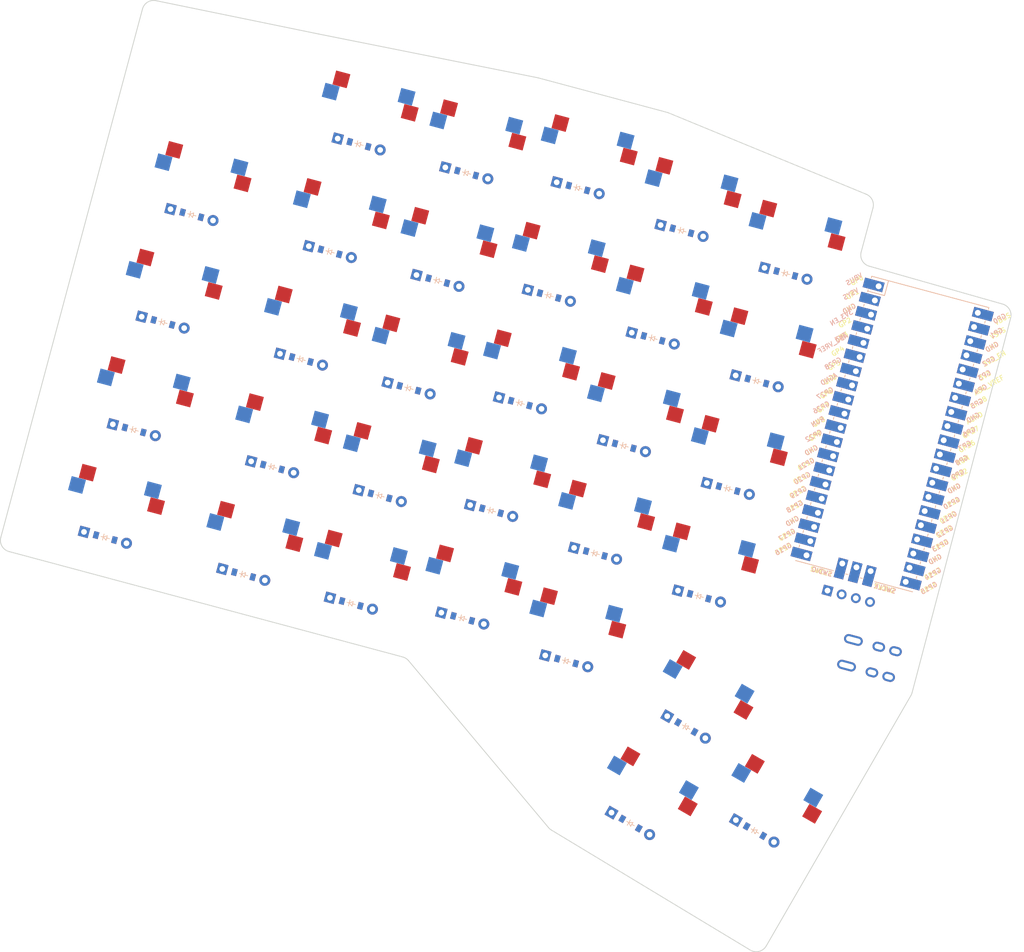
<source format=kicad_pcb>
(kicad_pcb (version 20240108) (generator "pcbnew") (generator_version "8.0")
  (title_block (title "tutorial") (rev "v1.0.0") (company "Unknown"))
  (layers (0 "F.Cu" signal) (31 "B.Cu" signal) (34 "B.Paste" user) (35 "F.Paste" user) (36 "B.SilkS" user "B.Silkscreen") (37 "F.SilkS" user "F.Silkscreen") (38 "B.Mask" user) (39 "F.Mask" user) (44 "Edge.Cuts" user))
  (net 0 "")
  (net 1 "outer_bottom")
  (net 2 "outer_home")
  (net 3 "outer_top")
  (net 4 "outer_num")
  (net 5 "pinky_mod")
  (net 6 "pinky_bottom")
  (net 7 "pinky_home")
  (net 8 "pinky_top")
  (net 9 "pinky_num")
  (net 10 "ring_mod")
  (net 11 "ring_bottom")
  (net 12 "ring_home")
  (net 13 "ring_top")
  (net 14 "ring_num")
  (net 15 "middle_mod")
  (net 16 "middle_bottom")
  (net 17 "middle_home")
  (net 18 "middle_top")
  (net 19 "middle_num")
  (net 20 "index_mod")
  (net 21 "index_bottom")
  (net 22 "index_home")
  (net 23 "index_top")
  (net 24 "index_num")
  (net 25 "inner_bottom")
  (net 26 "inner_home")
  (net 27 "inner_top")
  (net 28 "inner_num")
  (net 29 "layer_cluster")
  (net 30 "layer_top")
  (net 31 "space_cluster")
  (net 32 "GP0")
  (net 33 "GP1")
  (net 34 "GP2")
  (net 35 "GP3")
  (net 36 "GP4")
  (net 37 "GP5")
  (net 38 "GP6")
  (net 39 "GP7")
  (net 40 "GP8")
  (net 41 "GP9")
  (net 42 "GP10")
  (net 43 "GP11")
  (net 44 "GP12")
  (net 45 "GP13")
  (net 46 "GP14")
  (net 47 "GP15")
  (net 48 "GP16")
  (net 49 "GP17")
  (net 50 "GP18")
  (net 51 "GP19")
  (net 52 "GP20")
  (net 53 "GP21")
  (net 54 "GP22")
  (net 55 "GP26")
  (net 56 "GP27")
  (net 57 "GP28")
  (net 58 "RUN")
  (net 59 "ADC_VREF")
  (net 60 "3V3")
  (net 61 "3V3_EN")
  (net 62 "VSYS")
  (net 63 "VBUS")
  (net 64 "GND")
  (net 65 "AGND")
  (net 66 "VCC")
  (net 67 "P2")
  (footprint "MX" (layer "F.Cu") (at 121.05164 127.784625 -15)
    (property "Reference" "S3" (hide yes))
    (property "Value" "" (hide yes))
    (pad "" np_thru_hole circle (at -5.08 0) (size 1.7018 1.7018) (drill 1.7018) (layers "*.Cu" "*.Mask"))
    (pad "" np_thru_hole circle (at -3.81 -2.54) (size 3 3) (drill 3) (layers "*.Cu" "*.Mask"))
    (pad "" np_thru_hole circle (at -2.54 -5.08) (size 3 3) (drill 3) (layers "*.Cu" "*.Mask"))
    (pad "" np_thru_hole circle (at 0 0) (size 3.9878 3.9878) (drill 3.9878) (layers "*.Cu" "*.Mask"))
    (pad "" np_thru_hole circle (at 2.54 -5.08) (size 3 3) (drill 3) (layers "*.Cu" "*.Mask"))
    (pad "" np_thru_hole circle (at 3.81 -2.54) (size 3 3) (drill 3) (layers "*.Cu" "*.Mask"))
    (pad "" np_thru_hole circle (at 5.08 0) (size 1.7018 1.7018) (drill 1.7018) (layers "*.Cu" "*.Mask"))
    (pad "1" smd rect (at -7.085 -2.54 345) (size 2.55 2.5) (layers "B.Cu" "B.Paste" "B.Mask"))
    (pad "1" smd rect (at 7.085 -2.54 345) (size 2.55 2.5) (layers "F.Cu" "F.Paste" "F.Mask"))
    (pad "2" smd rect (at -5.842 -5.08 345) (size 2.55 2.5) (layers "F.Cu" "F.Paste" "F.Mask") (net 3 "outer_top"))
    (pad "2" smd rect (at 5.842 -5.08 345) (size 2.55 2.5) (layers "B.Cu" "B.Paste" "B.Mask") (net 3 "outer_top"))
  )
  (footprint "ComboDiode" (layer "F.Cu") (at 191.634705 109.323831 -15)
    (property "Reference" "D19" (hide yes))
    (property "Value" "" (hide yes))
    (pad "1" thru_hole rect (at -3.81 -0.000001 345) (size 1.778 1.778) (drill 0.9906) (layers "*.Cu" "*.Mask"))
    (pad "1" smd rect (at -1.65 0.000001 345) (size 0.9 1.2) (layers "F.Cu" "F.Paste" "F.Mask"))
    (pad "1" smd rect (at -1.65 0.000001 345) (size 0.9 1.2) (layers "B.Cu" "B.Paste" "B.Mask"))
    (pad "2" smd rect (at 1.65 -0.000001 345) (size 0.9 1.2) (layers "F.Cu" "F.Paste" "F.Mask") (net 19 "middle_num"))
    (pad "2" smd rect (at 1.65 -0.000001 345) (size 0.9 1.2) (layers "B.Cu" "B.Paste" "B.Mask") (net 19 "middle_num"))
    (pad "2" thru_hole circle (at 3.81 0.000001 345) (size 1.905 1.905) (drill 0.9906) (layers "*.Cu" "*.Mask") (net 19 "middle_num"))
  )
  (footprint "MX" (layer "F.Cu") (at 111.061225 165.069362 -15)
    (property "Reference" "S1" (hide yes))
    (property "Value" "" (hide yes))
    (pad "" np_thru_hole circle (at -5.08 0) (size 1.7018 1.7018) (drill 1.7018) (layers "*.Cu" "*.Mask"))
    (pad "" np_thru_hole circle (at -3.81 -2.54) (size 3 3) (drill 3) (layers "*.Cu" "*.Mask"))
    (pad "" np_thru_hole circle (at -2.54 -5.08) (size 3 3) (drill 3) (layers "*.Cu" "*.Mask"))
    (pad "" np_thru_hole circle (at 0 0) (size 3.9878 3.9878) (drill 3.9878) (layers "*.Cu" "*.Mask"))
    (pad "" np_thru_hole circle (at 2.54 -5.08) (size 3 3) (drill 3) (layers "*.Cu" "*.Mask"))
    (pad "" np_thru_hole circle (at 3.81 -2.54) (size 3 3) (drill 3) (layers "*.Cu" "*.Mask"))
    (pad "" np_thru_hole circle (at 5.08 0) (size 1.7018 1.7018) (drill 1.7018) (layers "*.Cu" "*.Mask"))
    (pad "1" smd rect (at -7.085 -2.54 345) (size 2.55 2.5) (layers "B.Cu" "B.Paste" "B.Mask"))
    (pad "1" smd rect (at 7.085 -2.54 345) (size 2.55 2.5) (layers "F.Cu" "F.Paste" "F.Mask"))
    (pad "2" smd rect (at -5.842 -5.08 345) (size 2.55 2.5) (layers "F.Cu" "F.Paste" "F.Mask") (net 1 "outer_bottom"))
    (pad "2" smd rect (at 5.842 -5.08 345) (size 2.55 2.5) (layers "B.Cu" "B.Paste" "B.Mask") (net 1 "outer_bottom"))
  )
  (footprint "ComboDiode" (layer "F.Cu") (at 194.644403 172.660958 -15)
    (property "Reference" "D21" (hide yes))
    (property "Value" "" (hide yes))
    (pad "1" thru_hole rect (at -3.81 -0.000001 345) (size 1.778 1.778) (drill 0.9906) (layers "*.Cu" "*.Mask"))
    (pad "1" smd rect (at -1.65 0.000001 345) (size 0.9 1.2) (layers "F.Cu" "F.Paste" "F.Mask"))
    (pad "1" smd rect (at -1.65 0.000001 345) (size 0.9 1.2) (layers "B.Cu" "B.Paste" "B.Mask"))
    (pad "2" smd rect (at 1.65 -0.000001 345) (size 0.9 1.2) (layers "F.Cu" "F.Paste" "F.Mask") (net 21 "index_bottom"))
    (pad "2" smd rect (at 1.65 -0.000001 345) (size 0.9 1.2) (layers "B.Cu" "B.Paste" "B.Mask") (net 21 "index_bottom"))
    (pad "2" thru_hole circle (at 3.81 0.000001 345) (size 1.905 1.905) (drill 0.9906) (layers "*.Cu" "*.Mask") (net 21 "index_bottom"))
  )
  (footprint "ComboDiode" (layer "F.Cu") (at 200.744592 219.464215 -30)
    (property "Reference" "D29" (hide yes))
    (property "Value" "" (hide yes))
    (pad "1" thru_hole rect (at -3.81 0 330) (size 1.778 1.778) (drill 0.9906) (layers "*.Cu" "*.Mask"))
    (pad "1" smd rect (at -1.65 0 330) (size 0.9 1.2) (layers "F.Cu" "F.Paste" "F.Mask"))
    (pad "1" smd rect (at -1.65 0 330) (size 0.9 1.2) (layers "B.Cu" "B.Paste" "B.Mask"))
    (pad "2" smd rect (at 1.65 0 330) (size 0.9 1.2) (layers "F.Cu" "F.Paste" "F.Mask") (net 29 "layer_cluster"))
    (pad "2" smd rect (at 1.65 0 330) (size 0.9 1.2) (layers "B.Cu" "B.Paste" "B.Mask") (net 29 "layer_cluster"))
    (pad "2" thru_hole circle (at 3.81 0 330) (size 1.905 1.905) (drill 0.9906) (layers "*.Cu" "*.Mask") (net 29 "layer_cluster"))
  )
  (footprint "MX" (layer "F.Cu") (at 190.943291 186.473697 -15)
    (property "Reference" "S20" (hide yes))
    (property "Value" "" (hide yes))
    (pad "" np_thru_hole circle (at -5.08 0) (size 1.7018 1.7018) (drill 1.7018) (layers "*.Cu" "*.Mask"))
    (pad "" np_thru_hole circle (at -3.81 -2.54) (size 3 3) (drill 3) (layers "*.Cu" "*.Mask"))
    (pad "" np_thru_hole circle (at -2.54 -5.08) (size 3 3) (drill 3) (layers "*.Cu" "*.Mask"))
    (pad "" np_thru_hole circle (at 0 0) (size 3.9878 3.9878) (drill 3.9878) (layers "*.Cu" "*.Mask"))
    (pad "" np_thru_hole circle (at 2.54 -5.08) (size 3 3) (drill 3) (layers "*.Cu" "*.Mask"))
    (pad "" np_thru_hole circle (at 3.81 -2.54) (size 3 3) (drill 3) (layers "*.Cu" "*.Mask"))
    (pad "" np_thru_hole circle (at 5.08 0) (size 1.7018 1.7018) (drill 1.7018) (layers "*.Cu" "*.Mask"))
    (pad "1" smd rect (at -7.085 -2.54 345) (size 2.55 2.5) (layers "B.Cu" "B.Paste" "B.Mask"))
    (pad "1" smd rect (at 7.085 -2.54 345) (size 2.55 2.5) (layers "F.Cu" "F.Paste" "F.Mask"))
    (pad "2" smd rect (at -5.842 -5.08 345) (size 2.55 2.5) (layers "F.Cu" "F.Paste" "F.Mask") (net 20 "index_mod"))
    (pad "2" smd rect (at 5.842 -5.08 345) (size 2.55 2.5) (layers "B.Cu" "B.Paste" "B.Mask") (net 20 "index_mod"))
  )
  (footprint "MX" (layer "F.Cu") (at 195.938498 167.831329 -15)
    (property "Reference" "S21" (hide yes))
    (property "Value" "" (hide yes))
    (pad "" np_thru_hole circle (at -5.08 0) (size 1.7018 1.7018) (drill 1.7018) (layers "*.Cu" "*.Mask"))
    (pad "" np_thru_hole circle (at -3.81 -2.54) (size 3 3) (drill 3) (layers "*.Cu" "*.Mask"))
    (pad "" np_thru_hole circle (at -2.54 -5.08) (size 3 3) (drill 3) (layers "*.Cu" "*.Mask"))
    (pad "" np_thru_hole circle (at 0 0) (size 3.9878 3.9878) (drill 3.9878) (layers "*.Cu" "*.Mask"))
    (pad "" np_thru_hole circle (at 2.54 -5.08) (size 3 3) (drill 3) (layers "*.Cu" "*.Mask"))
    (pad "" np_thru_hole circle (at 3.81 -2.54) (size 3 3) (drill 3) (layers "*.Cu" "*.Mask"))
    (pad "" np_thru_hole circle (at 5.08 0) (size 1.7018 1.7018) (drill 1.7018) (layers "*.Cu" "*.Mask"))
    (pad "1" smd rect (at -7.085 -2.54 345) (size 2.55 2.5) (layers "B.Cu" "B.Paste" "B.Mask"))
    (pad "1" smd rect (at 7.085 -2.54 345) (size 2.55 2.5) (layers "F.Cu" "F.Paste" "F.Mask"))
    (pad "2" smd rect (at -5.842 -5.08 345) (size 2.55 2.5) (layers "F.Cu" "F.Paste" "F.Mask") (net 21 "index_bottom"))
    (pad "2" smd rect (at 5.842 -5.08 345) (size 2.55 2.5) (layers "B.Cu" "B.Paste" "B.Mask") (net 21 "index_bottom"))
  )
  (footprint "ComboDiode" (layer "F.Cu") (at 227.625347 124.143875 -15)
    (property "Reference" "D28" (hide yes))
    (property "Value" "" (hide yes))
    (pad "1" thru_hole rect (at -3.81 -0.000001 345) (size 1.778 1.778) (drill 0.9906) (layers "*.Cu" "*.Mask"))
    (pad "1" smd rect (at -1.65 0.000001 345) (size 0.9 1.2) (layers "F.Cu" "F.Paste" "F.Mask"))
    (pad "1" smd rect (at -1.65 0.000001 345) (size 0.9 1.2) (layers "B.Cu" "B.Paste" "B.Mask"))
    (pad "2" smd rect (at 1.65 -0.000001 345) (size 0.9 1.2) (layers "F.Cu" "F.Paste" "F.Mask") (net 28 "inner_num"))
    (pad "2" smd rect (at 1.65 -0.000001 345) (size 0.9 1.2) (layers "B.Cu" "B.Paste" "B.Mask") (net 28 "inner_num"))
    (pad "2" thru_hole circle (at 3.81 0.000001 345) (size 1.905 1.905) (drill 0.9906) (layers "*.Cu" "*.Mask") (net 28 "inner_num"))
  )
  (footprint "MX" (layer "F.Cu") (at 172.94797 179.063675 -15)
    (property "Reference" "S15" (hide yes))
    (property "Value" "" (hide yes))
    (pad "" np_thru_hole circle (at -5.08 0) (size 1.7018 1.7018) (drill 1.7018) (layers "*.Cu" "*.Mask"))
    (pad "" np_thru_hole circle (at -3.81 -2.54) (size 3 3) (drill 3) (layers "*.Cu" "*.Mask"))
    (pad "" np_thru_hole circle (at -2.54 -5.08) (size 3 3) (drill 3) (layers "*.Cu" "*.Mask"))
    (pad "" np_thru_hole circle (at 0 0) (size 3.9878 3.9878) (drill 3.9878) (layers "*.Cu" "*.Mask"))
    (pad "" np_thru_hole circle (at 2.54 -5.08) (size 3 3) (drill 3) (layers "*.Cu" "*.Mask"))
    (pad "" np_thru_hole circle (at 3.81 -2.54) (size 3 3) (drill 3) (layers "*.Cu" "*.Mask"))
    (pad "" np_thru_hole circle (at 5.08 0) (size 1.7018 1.7018) (drill 1.7018) (layers "*.Cu" "*.Mask"))
    (pad "1" smd rect (at -7.085 -2.54 345) (size 2.55 2.5) (layers "B.Cu" "B.Paste" "B.Mask"))
    (pad "1" smd rect (at 7.085 -2.54 345) (size 2.55 2.5) (layers "F.Cu" "F.Paste" "F.Mask"))
    (pad "2" smd rect (at -5.842 -5.08 345) (size 2.55 2.5) (layers "F.Cu" "F.Paste" "F.Mask") (net 15 "middle_mod"))
    (pad "2" smd rect (at 5.842 -5.08 345) (size 2.55 2.5) (layers "B.Cu" "B.Paste" "B.Mask") (net 15 "middle_mod"))
  )
  (footprint "MX" (layer "F.Cu") (at 145.0066 134.203338 -15)
    (property "Reference" "S7" (hide yes))
    (property "Value" "" (hide yes))
    (pad "" np_thru_hole circle (at -5.08 0) (size 1.7018 1.7018) (drill 1.7018) (layers "*.Cu" "*.Mask"))
    (pad "" np_thru_hole circle (at -3.81 -2.54) (size 3 3) (drill 3) (layers "*.Cu" "*.Mask"))
    (pad "" np_thru_hole circle (at -2.54 -5.08) (size 3 3) (drill 3) (layers "*.Cu" "*.Mask"))
    (pad "" np_thru_hole circle (at 0 0) (size 3.9878 3.9878) (drill 3.9878) (layers "*.Cu" "*.Mask"))
    (pad "" np_thru_hole circle (at 2.54 -5.08) (size 3 3) (drill 3) (layers "*.Cu" "*.Mask"))
    (pad "" np_thru_hole circle (at 3.81 -2.54) (size 3 3) (drill 3) (layers "*.Cu" "*.Mask"))
    (pad "" np_thru_hole circle (at 5.08 0) (size 1.7018 1.7018) (drill 1.7018) (layers "*.Cu" "*.Mask"))
    (pad "1" smd rect (at -7.085 -2.54 345) (size 2.55 2.5) (layers "B.Cu" "B.Paste" "B.Mask"))
    (pad "1" smd rect (at 7.085 -2.54 345) (size 2.55 2.5) (layers "F.Cu" "F.Paste" "F.Mask"))
    (pad "2" smd rect (at -5.842 -5.08 345) (size 2.55 2.5) (layers "F.Cu" "F.Paste" "F.Mask") (net 7 "pinky_home"))
    (pad "2" smd rect (at 5.842 -5.08 345) (size 2.55 2.5) (layers "B.Cu" "B.Paste" "B.Mask") (net 7 "pinky_home"))
  )
  (footprint "MX" (layer "F.Cu") (at 213.933819 175.241351 -15)
    (property "Reference" "S25" (hide yes))
    (property "Value" "" (hide yes))
    (pad "" np_thru_hole circle (at -5.08 0) (size 1.7018 1.7018) (drill 1.7018) (layers "*.Cu" "*.Mask"))
    (pad "" np_thru_hole circle (at -3.81 -2.54) (size 3 3) (drill 3) (layers "*.Cu" "*.Mask"))
    (pad "" np_thru_hole circle (at -2.54 -5.08) (size 3 3) (drill 3) (layers "*.Cu" "*.Mask"))
    (pad "" np_thru_hole circle (at 0 0) (size 3.9878 3.9878) (drill 3.9878) (layers "*.Cu" "*.Mask"))
    (pad "" np_thru_hole circle (at 2.54 -5.08) (size 3 3) (drill 3) (layers "*.Cu" "*.Mask"))
    (pad "" np_thru_hole circle (at 3.81 -2.54) (size 3 3) (drill 3) (layers "*.Cu" "*.Mask"))
    (pad "" np_thru_hole circle (at 5.08 0) (size 1.7018 1.7018) (drill 1.7018) (layers "*.Cu" "*.Mask"))
    (pad "1" smd rect (at -7.085 -2.54 345) (size 2.55 2.5) (layers "B.Cu" "B.Paste" "B.Mask"))
    (pad "1" smd rect (at 7.085 -2.54 345) (size 2.55 2.5) (layers "F.Cu" "F.Paste" "F.Mask"))
    (pad "2" smd rect (at -5.842 -5.08 345) (size 2.55 2.5) (layers "F.Cu" "F.Paste" "F.Mask") (net 25 "inner_bottom"))
    (pad "2" smd rect (at 5.842 -5.08 345) (size 2.55 2.5) (layers "B.Cu" "B.Paste" "B.Mask") (net 25 "inner_bottom"))
  )
  (footprint "MX" (layer "F.Cu") (at 116.056432 146.426994 -15)
    (property "Reference" "S2" (hide yes))
    (property "Value" "" (hide yes))
    (pad "" np_thru_hole circle (at -5.08 0) (size 1.7018 1.7018) (drill 1.7018) (layers "*.Cu" "*.Mask"))
    (pad "" np_thru_hole circle (at -3.81 -2.54) (size 3 3) (drill 3) (layers "*.Cu" "*.Mask"))
    (pad "" np_thru_hole circle (at -2.54 -5.08) (size 3 3) (drill 3) (layers "*.Cu" "*.Mask"))
    (pad "" np_thru_hole circle (at 0 0) (size 3.9878 3.9878) (drill 3.9878) (layers "*.Cu" "*.Mask"))
    (pad "" np_thru_hole circle (at 2.54 -5.08) (size 3 3) (drill 3) (layers "*.Cu" "*.Mask"))
    (pad "" np_thru_hole circle (at 3.81 -2.54) (size 3 3) (drill 3) (layers "*.Cu" "*.Mask"))
    (pad "" np_thru_hole circle (at 5.08 0) (size 1.7018 1.7018) (drill 1.7018) (layers "*.Cu" "*.Mask"))
    (pad "1" smd rect (at -7.085 -2.54 345) (size 2.55 2.5) (layers "B.Cu" "B.Paste" "B.Mask"))
    (pad "1" smd rect (at 7.085 -2.54 345) (size 2.55 2.5) (layers "F.Cu" "F.Paste" "F.Mask"))
    (pad "2" smd rect (at -5.842 -5.08 345) (size 2.55 2.5) (layers "F.Cu" "F.Paste" "F.Mask") (net 2 "outer_home"))
    (pad "2" smd rect (at 5.842 -5.08 345) (size 2.55 2.5) (layers "B.Cu" "B.Paste" "B.Mask") (net 2 "outer_home"))
  )
  (footprint "ComboDiode" (layer "F.Cu") (at 167.350081 125.385806 -15)
    (property "Reference" "D13" (hide yes))
    (property "Value" "" (hide yes))
    (pad "1" thru_hole rect (at -3.81 -0.000001 345) (size 1.778 1.778) (drill 0.9906) (layers "*.Cu" "*.Mask"))
    (pad "1" smd rect (at -1.65 0.000001 345) (size 0.9 1.2) (layers "F.Cu" "F.Paste" "F.Mask"))
    (pad "1" smd rect (at -1.65 0.000001 345) (size 0.9 1.2) (layers "B.Cu" "B.Paste" "B.Mask"))
    (pad "2" smd rect (at 1.65 -0.000001 345) (size 0.9 1.2) (layers "F.Cu" "F.Paste" "F.Mask") (net 13 "ring_top"))
    (pad "2" smd rect (at 1.65 -0.000001 345) (size 0.9 1.2) (layers "B.Cu" "B.Paste" "B.Mask") (net 13 "ring_top"))
    (pad "2" thru_hole circle (at 3.81 0.000001 345) (size 1.905 1.905) (drill 0.9906) (layers "*.Cu" "*.Mask") (net 13 "ring_top"))
  )
  (footprint "ComboDiode" (layer "F.Cu") (at 114.762337 151.256623 -15)
    (property "Reference" "D2" (hide yes))
    (property "Value" "" (hide yes))
    (pad "1" thru_hole rect (at -3.81 -0.000001 345) (size 1.778 1.778) (drill 0.9906) (layers "*.Cu" "*.Mask"))
    (pad "1" smd rect (at -1.65 0.000001 345) (size 0.9 1.2) (layers "F.Cu" "F.Paste" "F.Mask"))
    (pad "1" smd rect (at -1.65 0.000001 345) (size 0.9 1.2) (layers "B.Cu" "B.Paste" "B.Mask"))
    (pad "2" smd rect (at 1.65 -0.000001 345) (size 0.9 1.2) (layers "F.Cu" "F.Paste" "F.Mask") (net 2 "outer_home"))
    (pad "2" smd rect (at 1.65 -0.000001 345) (size 0.9 1.2) (layers "B.Cu" "B.Paste" "B.Mask") (net 2 "outer_home"))
    (pad "2" thru_hole circle (at 3.81 0.000001 345) (size 1.905 1.905) (drill 0.9906) (layers "*.Cu" "*.Mask") (net 2 "outer_home"))
  )
  (footprint "MX" (layer "F.Cu") (at 126.046848 109.142257 -15)
    (property "Reference" "S4" (hide yes))
    (property "Value" "" (hide yes))
    (pad "" np_thru_hole circle (at -5.08 0) (size 1.7018 1.7018) (drill 1.7018) (layers "*.Cu" "*.Mask"))
    (pad "" np_thru_hole circle (at -3.81 -2.54) (size 3 3) (drill 3) (layers "*.Cu" "*.Mask"))
    (pad "" np_thru_hole circle (at -2.54 -5.08) (size 3 3) (drill 3) (layers "*.Cu" "*.Mask"))
    (pad "" np_thru_hole circle (at 0 0) (size 3.9878 3.9878) (drill 3.9878) (layers "*.Cu" "*.Mask"))
    (pad "" np_thru_hole circle (at 2.54 -5.08) (size 3 3) (drill 3) (layers "*.Cu" "*.Mask"))
    (pad "" np_thru_hole circle (at 3.81 -2.54) (size 3 3) (drill 3) (layers "*.Cu" "*.Mask"))
    (pad "" np_thru_hole circle (at 5.08 0) (size 1.7018 1.7018) (drill 1.7018) (layers "*.Cu" "*.Mask"))
    (pad "1" smd rect (at -7.085 -2.54 345) (size 2.55 2.5) (layers "B.Cu" "B.Paste" "B.Mask"))
    (pad "1" smd rect (at 7.085 -2.54 345) (size 2.55 2.5) (layers "F.Cu" "F.Paste" "F.Mask"))
    (pad "2" smd rect (at -5.842 -5.08 345) (size 2.55 2.5) (layers "F.Cu" "F.Paste" "F.Mask") (net 4 "outer_num"))
    (pad "2" smd rect (at 5.842 -5.08 345) (size 2.55 2.5) (layers "B.Cu" "B.Paste" "B.Mask") (net 4 "outer_num"))
  )
  (footprint "MX" (layer "F.Cu") (at 212.894592 198.419797 -30)
    (property "Reference" "S30" (hide yes))
    (property "Value" "" (hide yes))
    (pad "" np_thru_hole circle (at -5.08 0) (size 1.7018 1.7018) (drill 1.7018) (layers "*.Cu" "*.Mask"))
    (pad "" np_thru_hole circle (at -3.81 -2.54) (size 3 3) (drill 3) (layers "*.Cu" "*.Mask"))
    (pad "" np_thru_hole circle (at -2.54 -5.08) (size 3 3) (drill 3) (layers "*.Cu" "*.Mask"))
    (pad "" np_thru_hole circle (at 0 0) (size 3.9878 3.9878) (drill 3.9878) (layers "*.Cu" "*.Mask"))
    (pad "" np_thru_hole circle (at 2.54 -5.08) (size 3 3) (drill 3) (layers "*.Cu" "*.Mask"))
    (pad "" np_thru_hole circle (at 3.81 -2.540001) (size 3 3) (drill 3) (layers "*.Cu" "*.Mask"))
    (pad "" np_thru_hole circle (at 5.08 0) (size 1.7018 1.7018) (drill 1.7018) (layers "*.Cu" "*.Mask"))
    (pad "1" smd rect (at -7.085 -2.54 330) (size 2.55 2.5) (layers "B.Cu" "B.Paste" "B.Mask"))
    (pad "1" smd rect (at 7.085 -2.54 330) (size 2.55 2.5) (layers "F.Cu" "F.Paste" "F.Mask"))
    (pad "2" smd rect (at -5.842 -5.08 330) (size 2.55 2.5) (layers "F.Cu" "F.Paste" "F.Mask") (net 30 "layer_top"))
    (pad "2" smd rect (at 5.842 -5.08 330) (size 2.55 2.5) (layers "B.Cu" "B.Paste" "B.Mask") (net 30 "layer_top"))
  )
  (footprint "ComboDiode" (layer "F.Cu") (at 157.359666 162.670543 -15)
    (property "Reference" "D11" (hide yes))
    (property "Value" "" (hide yes))
    (pad "1" thru_hole rect (at -3.81 -0.000001 345) (size 1.778 1.778) (drill 0.9906) (layers "*.Cu" "*.Mask"))
    (pad "1" smd rect (at -1.65 0.000001 345) (size 0.9 1.2) (layers "F.Cu" "F.Paste" "F.Mask"))
    (pad "1" smd rect (at -1.65 0.000001 345) (size 0.9 1.2) (layers "B.Cu" "B.Paste" "B.Mask"))
    (pad "2" smd rect (at 1.65 -0.000001 345) (size 0.9 1.2) (layers "F.Cu" "F.Paste" "F.Mask") (net 11 "ring_bottom"))
    (pad "2" smd rect (at 1.65 -0.000001 345) (size 0.9 1.2) (layers "B.Cu" "B.Paste" "B.Mask") (net 11 "ring_bottom"))
    (pad "2" thru_hole circle (at 3.81 0.000001 345) (size 1.905 1.905) (drill 0.9906) (layers "*.Cu" "*.Mask") (net 11 "ring_bottom"))
  )
  (footprint "ComboDiode" (layer "F.Cu") (at 162.354874 144.028174 -15)
    (property "Reference" "D12" (hide yes))
    (property "Value" "" (hide yes))
    (pad "1" thru_hole rect (at -3.81 -0.000001 345) (size 1.778 1.778) (drill 0.9906) (layers "*.Cu" "*.Mask"))
    (pad "1" smd rect (at -1.65 0.000001 345) (size 0.9 1.2) (layers "F.Cu" "F.Paste" "F.Mask"))
    (pad "1" smd rect (at -1.65 0.000001 345) (size 0.9 1.2) (layers "B.Cu" "B.Paste" "B.Mask"))
    (pad "2" smd rect (at 1.65 -0.000001 345) (size 0.9 1.2) (layers "F.Cu" "F.Paste" "F.Mask") (net 12 "ring_home"))
    (pad "2" smd rect (at 1.65 -0.000001 345) (size 0.9 1.2) (layers "B.Cu" "B.Paste" "B.Mask") (net 12 "ring_home"))
    (pad "2" thru_hole circle (at 3.81 0.000001 345) (size 1.905 1.905) (drill 0.9906) (layers "*.Cu" "*.Mask") (net 12 "ring_home"))
  )
  (footprint "MX" (layer "F.Cu") (at 200.933706 149.18896 -15)
    (property "Reference" "S22" (hide yes))
    (property "Value" "" (hide yes))
    (pad "" np_thru_hole circle (at -5.08 0) (size 1.7018 1.7018) (drill 1.7018) (layers "*.Cu" "*.Mask"))
    (pad "" np_thru_hole circle (at -3.81 -2.54) (size 3 3) (drill 3) (layers "*.Cu" "*.Mask"))
    (pad "" np_thru_hole circle (at -2.54 -5.08) (size 3 3) (drill 3) (layers "*.Cu" "*.Mask"))
    (pad "" np_thru_hole circle (at 0 0) (size 3.9878 3.9878) (drill 3.9878) (layers "*.Cu" "*.Mask"))
    (pad "" np_thru_hole circle (at 2.54 -5.08) (size 3 3) (drill 3) (layers "*.Cu" "*.Mask"))
    (pad "" np_thru_hole circle (at 3.81 -2.54) (size 3 3) (drill 3) (layers "*.Cu" "*.Mask"))
    (pad "" np_thru_hole circle (at 5.08 0) (size 1.7018 1.7018) (drill 1.7018) (layers "*.Cu" "*.Mask"))
    (pad "1" smd rect (at -7.085 -2.54 345) (size 2.55 2.5) (layers "B.Cu" "B.Paste" "B.Mask"))
    (pad "1" smd rect (at 7.085 -2.54 345) (size 2.55 2.5) (layers "F.Cu" "F.Paste" "F.Mask"))
    (pad "2" smd rect (at -5.842 -5.08 345) (size 2.55 2.5) (layers "F.Cu" "F.Paste" "F.Mask") (net 22 "index_home"))
    (pad "2" smd rect (at 5.842 -5.08 345) (size 2.55 2.5) (layers "B.Cu" "B.Paste" "B.Mask") (net 22 "index_home"))
  )
  (footprint "ComboDiode" (layer "F.Cu") (at 199.639611 154.01859 -15)
    (property "Reference" "D22" (hide yes))
    (property "Value" "" (hide yes))
    (pad "1" thru_hole rect (at -3.81 -0.000001 345) (size 1.778 1.778) (drill 0.9906) (layers "*.Cu" "*.Mask"))
    (pad "1" smd rect (at -1.65 0.000001 345) (size 0.9 1.2) (layers "F.Cu" "F.Paste" "F.Mask"))
    (pad "1" smd rect (at -1.65 0.000001 345) (size 0.9 1.2) (layers "B.Cu" "B.Paste" "B.Mask"))
    (pad "2" smd rect (at 1.65 -0.000001 345) (size 0.9 1.2) (layers "F.Cu" "F.Paste" "F.Mask") (net 22 "index_home"))
    (pad "2" smd rect (at 1.65 -0.000001 345) (size 0.9 1.2) (layers "B.Cu" "B.Paste" "B.Mask") (net 22 "index_home"))
    (pad "2" thru_hole circle (at 3.81 0.000001 345) (size 1.905 1.905) (drill 0.9906) (layers "*.Cu" "*.Mask") (net 22 "index_home"))
  )
  (footprint "ComboDiode" (layer "F.Cu") (at 152.364459 181.312911 -15)
    (property "Reference" "D10" (hide yes))
    (property "Value" "" (hide yes))
    (pad "1" thru_hole rect (at -3.81 -0.000001 345) (size 1.778 1.778) (drill 0.9906) (layers "*.Cu" "*.Mask"))
    (pad "1" smd rect (at -1.65 0.000001 345) (size 0.9 1.2) (layers "F.Cu" "F.Paste" "F.Mask"))
    (pad "1" smd rect (at -1.65 0.000001 345) (size 0.9 1.2) (layers "B.Cu" "B.Paste" "B.Mask"))
    (pad "2" smd rect (at 1.65 -0.000001 345) (size 0.9 1.2) (layers "F.Cu" "F.Paste" "F.Mask") (net 10 "ring_mod"))
    (pad "2" smd rect (at 1.65 -0.000001 345) (size 0.9 1.2) (layers "B.Cu" "B.Paste" "B.Mask") (net 10 "ring_mod"))
    (pad "2" thru_hole circle (at 3.81 0.000001 345) (size 1.905 1.905) (drill 0.9906) (layers "*.Cu" "*.Mask") (net 10 "ring_mod"))
  )
  (footprint "MX" (layer "F.Cu") (at 210.924121 111.904224 -15)
    (property "Reference" "S24" (hide yes))
    (property "Value" "" (hide yes))
    (pad "" np_thru_hole circle (at -5.08 0) (size 1.7018 1.7018) (drill 1.7018) (layers "*.Cu" "*.Mask"))
    (pad "" np_thru_hole circle (at -3.81 -2.54) (size 3 3) (drill 3) (layers "*.Cu" "*.Mask"))
    (pad "" np_thru_hole circle (at -2.54 -5.08) (size 3 3) (drill 3) (layers "*.Cu" "*.Mask"))
    (pad "" np_thru_hole circle (at 0 0) (size 3.9878 3.9878) (drill 3.9878) (layers "*.Cu" "*.Mask"))
    (pad "" np_thru_hole circle (at 2.54 -5.08) (size 3 3) (drill 3) (layers "*.Cu" "*.Mask"))
    (pad "" np_thru_hole circle (at 3.81 -2.54) (size 3 3) (drill 3) (layers "*.Cu" "*.Mask"))
    (pad "" np_thru_hole circle (at 5.08 0) (size 1.7018 1.7018) (drill 1.7018) (layers "*.Cu" "*.Mask"))
    (pad "1" smd rect (at -7.085 -2.54 345) (size 2.55 2.5) (layers "B.Cu" "B.Paste" "B.Mask"))
    (pad "1" smd rect (at 7.085 -2.54 345) (size 2.55 2.5) (layers "F.Cu" "F.Paste" "F.Mask"))
    (pad "2" smd rect (at -5.842 -5.08 345) (size 2.55 2.5) (layers "F.Cu" "F.Paste" "F.Mask") (net 24 "index_num"))
    (pad "2" smd rect (at 5.842 -5.08 345) (size 2.55 2.5) (layers "B.Cu" "B.Paste" "B.Mask") (net 24 "index_num"))
  )
  (footprint "MX" (layer "F.Cu") (at 182.938385 141.778938 -15)
    (property "Reference" "S17" (hide yes))
    (property "Value" "" (hide yes))
    (pad "" np_thru_hole circle (at -5.08 0) (size 1.7018 1.7018) (drill 1.7018) (layers "*.Cu" "*.Mask"))
    (pad "" np_thru_hole circle (at -3.81 -2.54) (size 3 3) (drill 3) (layers "*.Cu" "*.Mask"))
    (pad "" np_thru_hole circle (at -2.54 -5.08) (size 3 3) (drill 3) (layers "*.Cu" "*.Mask"))
    (pad "" np_thru_hole circle (at 0 0) (size 3.9878 3.9878) (drill 3.9878) (layers "*.Cu" "*.Mask"))
    (pad "" np_thru_hole circle (at 2.54 -5.08) (size 3 3) (drill 3) (layers "*.Cu" "*.Mask"))
    (pad "" np_thru_hole circle (at 3.81 -2.54) (size 3 3) (drill 3) (layers "*.Cu" "*.Mask"))
    (pad "" np_thru_hole circle (at 5.08 0) (size 1.7018 1.7018) (drill 1.7018) (layers "*.Cu" "*.Mask"))
    (pad "1" smd rect (at -7.085 -2.54 345) (size 2.55 2.5) (layers "B.Cu" "B.Paste" "B.Mask"))
    (pad "1" smd rect (at 7.085 -2.54 345) (size 2.55 2.5) (layers "F.Cu" "F.Paste" "F.Mask"))
    (pad "2" smd rect (at -5.842 -5.08 345) (size 2.55 2.5) (layers "F.Cu" "F.Paste" "F.Mask") (net 17 "middle_home"))
    (pad "2" smd rect (at 5.842 -5.08 345) (size 2.55 2.5) (layers "B.Cu" "B.Paste" "B.Mask") (net 17 "middle_home"))
  )
  (footprint "MX" (layer "F.Cu") (at 140.011393 152.845706 -15)
    (property "Reference" "S6" (hide yes))
    (property "Value" "" (hide yes))
    (pad "" np_thru_hole circle (at -5.08 0) (size 1.7018 1.7018) (drill 1.7018) (layers "*.Cu" "*.Mask"))
    (pad "" np_thru_hole circle (at -3.81 -2.54) (size 3 3) (drill 3) (layers "*.Cu" "*.Mask"))
    (pad "" np_thru_hole circle (at -2.54 -5.08) (size 3 3) (drill 3) (layers "*.Cu" "*.Mask"))
    (pad "" np_thru_hole circle (at 0 0) (size 3.9878 3.9878) (drill 3.9878) (layers "*.Cu" "*.Mask"))
    (pad "" np_thru_hole circle (at 2.54 -5.08) (size 3 3) (drill 3) (layers "*.Cu" "*.Mask"))
    (pad "" np_thru_hole circle (at 3.81 -2.54) (size 3 3) (drill 3) (layers "*.Cu" "*.Mask"))
    (pad "" np_thru_hole circle (at 5.08 0) (size 1.7018 1.7018) (drill 1.7018) (layers "*.Cu" "*.Mask"))
    (pad "1" smd rect (at -7.085 -2.54 345) (size 2.55 2.5) (layers "B.Cu" "B.Paste" "B.Mask"))
    (pad "1" smd rect (at 7.085 -2.54 345) (size 2.55 2.5) (layers "F.Cu" "F.Paste" "F.Mask"))
    (pad "2" smd rect (at -5.842 -5.08 345) (size 2.55 2.5) (layers "F.Cu" "F.Paste" "F.Mask") (net 6 "pinky_bottom"))
    (pad "2" smd rect (at 5.842 -5.08 345) (size 2.55 2.5) (layers "B.Cu" "B.Paste" "B.Mask") (net 6 "pinky_bottom"))
  )
  (footprint "MX" (layer "F.Cu") (at 192.9288 104.494201 -15)
    (property "Reference" "S19" (hide yes))
    (property "Value" "" (hide yes))
    (pad "" np_thru_hole circle (at -5.08 0) (size 1.7018 1.7018) (drill 1.7018) (layers "*.Cu" "*.Mask"))
    (pad "" np_thru_hole circle (at -3.81 -2.54) (size 3 3) (drill 3) (layers "*.Cu" "*.Mask"))
    (pad "" np_thru_hole circle (at -2.54 -5.08) (size 3 3) (drill 3) (layers "*.Cu" "*.Mask"))
    (pad "" np_thru_hole circle (at 0 0) (size 3.9878 3.9878) (drill 3.9878) (layers "*.Cu" "*.Mask"))
    (pad "" np_thru_hole circle (at 2.54 -5.08) (size 3 3) (drill 3) (layers "*.Cu" "*.Mask"))
    (pad "" np_thru_hole circle (at 3.81 -2.54) (size 3 3) (drill 3) (layers "*.Cu" "*.Mask"))
    (pad "" np_thru_hole circle (at 5.08 0) (size 1.7018 1.7018) (drill 1.7018) (layers "*.Cu" "*.Mask"))
    (pad "1" smd rect (at -7.085 -2.54 345) (size 2.55 2.5) (layers "B.Cu" "B.Paste" "B.Mask"))
    (pad "1" smd rect (at 7.085 -2.54 345) (size 2.55 2.5) (layers "F.Cu" "F.Paste" "F.Mask"))
    (pad "2" smd rect (at -5.842 -5.08 345) (size 2.55 2.5) (layers "F.Cu" "F.Paste" "F.Mask") (net 19 "middle_num"))
    (pad "2" smd rect (at 5.842 -5.08 345) (size 2.55 2.5) (layers "B.Cu" "B.Paste" "B.Mask") (net 19 "middle_num"))
  )
  (footprint "MX" (layer "F.Cu") (at 187.933593 123.13657 -15)
    (property "Reference" "S18" (hide yes))
    (property "Value" "" (hide yes))
    (pad "" np_thru_hole circle (at -5.08 0) (size 1.7018 1.7018) (drill 1.7018) (layers "*.Cu" "*.Mask"))
    (pad "" np_thru_hole circle (at -3.81 -2.54) (size 3 3) (drill 3) (layers "*.Cu" "*.Mask"))
    (pad "" np_thru_hole circle (at -2.54 -5.08) (size 3 3) (drill 3) (layers "*.Cu" "*.Mask"))
    (pad "" np_thru_hole circle (at 0 0) (size 3.9878 3.9878) (drill 3.9878) (layers "*.Cu" "*.Mask"))
    (pad "" np_thru_hole circle (at 2.54 -5.08) (size 3 3) (drill 3) (layers "*.Cu" "*.Mask"))
    (pad "" np_thru_hole circle (at 3.81 -2.54) (size 3 3) (drill 3) (layers "*.Cu" "*.Mask"))
    (pad "" np_thru_hole circle (at 5.08 0) (size 1.7018 1.7018) (drill 1.7018) (layers "*.Cu" "*.Mask"))
    (pad "1" smd rect (at -7.085 -2.54 345) (size 2.55 2.5) (layers "B.Cu" "B.Paste" "B.Mask"))
    (pad "1" smd rect (at 7.085 -2.54 345) (size 2.55 2.5) (layers "F.Cu" "F.Paste" "F.Mask"))
    (pad "2" smd rect (at -5.842 -5.08 345) (size 2.55 2.5) (layers "F.Cu" "F.Paste" "F.Mask") (net 18 "middle_top"))
    (pad "2" smd rect (at 5.842 -5.08 345) (size 2.55 2.5) (layers "B.Cu" "B.Paste" "B.Mask") (net 18 "middle_top"))
  )
  (footprint "MX" (layer "F.Cu") (at 158.653761 157.840914 -15)
    (property "Reference" "S11" (hide yes))
    (property "Value" "" (hide yes))
    (pad "" np_thru_hole circle (at -5.08 0) (size 1.7018 1.7018) (drill 1.7018) (layers "*.Cu" "*.Mask"))
    (pad "" np_thru_hole circle (at -3.81 -2.54) (size 3 3) (drill 3) (layers "*.Cu" "*.Mask"))
    (pad "" np_thru_hole circle (at -2.54 -5.08) (size 3 3) (drill 3) (layers "*.Cu" "*.Mask"))
    (pad "" np_thru_hole circle (at 0 0) (size 3.9878 3.9878) (drill 3.9878) (layers "*.Cu" "*.Mask"))
    (pad "" np_thru_hole circle (at 2.54 -5.08) (size 3 3) (drill 3) (layers "*.Cu" "*.Mask"))
    (pad "" np_thru_hole circle (at 3.81 -2.54) (size 3 3) (drill 3) (layers "*.Cu" "*.Mask"))
    (pad "" np_thru_hole circle (at 5.08 0) (size 1.7018 1.7018) (drill 1.7018) (layers "*.Cu" "*.Mask"))
    (pad "1" smd rect (at -7.085 -2.54 345) (size 2.55 2.5) (layers "B.Cu" "B.Paste" "B.Mask"))
    (pad "1" smd rect (at 7.085 -2.54 345) (size 2.55 2.5) (layers "F.Cu" "F.Paste" "F.Mask"))
    (pad "2" smd rect (at -5.842 -5.08 345) (size 2.55 2.5) (layers "F.Cu" "F.Paste" "F.Mask") (net 11 "ring_bottom"))
    (pad "2" smd rect (at 5.842 -5.08 345) (size 2.55 2.5) (layers "B.Cu" "B.Paste" "B.Mask") (net 11 "ring_bottom"))
  )
  (footprint "MX" (layer "F.Cu") (at 173.639384 101.913808 -15)
    (property "Reference" "S14" (hide yes))
    (property "Value" "" (hide yes))
    (pad "" np_thru_hole circle (at -5.08 0) (size 1.7018 1.7018) (drill 1.7018) (layers "*.Cu" "*.Mask"))
    (pad "" np_thru_hole circle (at -3.81 -2.54) (size 3 3) (drill 3) (layers "*.Cu" "*.Mask"))
    (pad "" np_thru_hole circle (at -2.54 -5.08) (size 3 3) (drill 3) (layers "*.Cu" "*.Mask"))
    (pad "" np_thru_hole circle (at 0 0) (size 3.9878 3.9878) (drill 3.9878) (layers "*.Cu" "*.Mask"))
    (pad "" np_thru_hole circle (at 2.54 -5.08) (size 3 3) (drill 3) (layers "*.Cu" "*.Mask"))
    (pad "" np_thru_hole circle (at 3.81 -2.54) (size 3 3) (drill 3) (layers "*.Cu" "*.Mask"))
    (pad "" np_thru_hole circle (at 5.08 0) (size 1.7018 1.7018) (drill 1.7018) (layers "*.Cu" "*.Mask"))
    (pad "1" smd rect (at -7.085 -2.54 345) (size 2.55 2.5) (layers "B.Cu" "B.Paste" "B.Mask"))
    (pad "1" smd rect (at 7.085 -2.54 345) (size 2.55 2.5) (layers "F.Cu" "F.Paste" "F.Mask"))
    (pad "2" smd rect (at -5.842 -5.08 345) (size 2.55 2.5) (layers "F.Cu" "F.Paste" "F.Mask") (net 14 "ring_num"))
    (pad "2" smd rect (at 5.842 -5.08 345) (size 2.55 2.5) (layers "B.Cu" "B.Paste" "B.Mask") (net 14 "ring_num"))
  )
  (footprint "ComboDiode" (layer "F.Cu") (at 181.64429 146.608567 -15)
    (property "Reference" "D17" (hide yes))
    (property "Value" "" (hide yes))
    (pad "1" thru_hole rect (at -3.81 -0.000001 345) (size 1.778 1.778) (drill 0.9906) (layers "*.Cu" "*.Mask"))
    (pad "1" smd rect (at -1.65 0.000001 345) (size 0.9 1.2) (layers "F.Cu" "F.Paste" "F.Mask"))
    (pad "1" smd rect (at -1.65 0.000001 345) (size 0.9 1.2) (layers "B.Cu" "B.Paste" "B.Mask"))
    (pad "2" smd rect (at 1.65 -0.000001 345) (size 0.9 1.2) (layers "F.Cu" "F.Paste" "F.Mask") (net 17 "middle_home"))
    (pad "2" smd rect (at 1.65 -0.000001 345) (size 0.9 1.2) (layers "B.Cu" "B.Paste" "B.Mask") (net 17 "middle_home"))
    (pad "2" thru_hole circle (at 3.81 0.000001 345) (size 1.905 1.905) (drill 0.9906) (layers "*.Cu" "*.Mask") (net 17 "middle_home"))
  )
  (footprint "ComboDiode" (layer "F.Cu") (at 109.76713 169.898991 -15)
    (property "Reference" "D1" (hide yes))
    (property "Value" "" (hide yes))
    (pad "1" thru_hole rect (at -3.81 -0.000001 345) (size 1.778 1.778) (drill 0.9906) (layers "*.Cu" "*.Mask"))
    (pad "1" smd rect (at -1.65 0.000001 345) (size 0.9 1.2) (layers "F.Cu" "F.Paste" "F.Mask"))
    (pad "1" smd rect (at -1.65 0.000001 345) (size 0.9 1.2) (layers "B.Cu" "B.Paste" "B.Mask"))
    (pad "2" smd rect (at 1.65 -0.000001 345) (size 0.9 1.2) (layers "F.Cu" "F.Paste" "F.Mask") (net 1 "outer_bottom"))
    (pad "2" smd rect (at 1.65 -0.000001 345) (size 0.9 1.2) (layers "B.Cu" "B.Paste" "B.Mask") (net 1 "outer_bottom"))
    (pad "2" thru_hole circle (at 3.81 0.000001 345) (size 1.905 1.905) (drill 0.9906) (layers "*.Cu" "*.Mask") (net 1 "outer_bottom"))
  )
  (footprint "ComboDiode" (layer "F.Cu") (at 217.634931 161.428612 -15)
    (property "Reference" "D26" (hide yes))
    (property "Value" "" (hide yes))
    (pad "1" thru_hole rect (at -3.81 -0.000001 345) (size 1.778 1.778) (drill 0.9906) (layers "*.Cu" "*.Mask"))
    (pad "1" smd rect (at -1.65 0.000001 345) (size 0.9 1.2) (layers "F.Cu" "F.Paste" "F.Mask"))
    (pad "1" smd rect (at -1.65 0.000001 345) (size 0.9 1.2) (layers "B.Cu" "B.Paste" "B.Mask"))
    (pad "2" smd rect (at 1.65 -0.000001 345) (size 0.9 1.2) (layers "F.Cu" "F.Paste" "F.Mask") (net 26 "inner_home"))
    (pad "2" smd rect (at 1.65 -0.000001 345) (size 0.9 1.2) (layers "B.Cu" "B.Paste" "B.Mask") (net 26 "inner_home"))
    (pad "2" thru_hole circle (at 3.81 0.000001 345) (size 1.905 1.905) (drill 0.9906) (layers "*.Cu" "*.Mask") (net 26 "inner_home"))
  )
  (footprint "MX" (layer "F.Cu") (at 150.001808 115.560969 -15)
    (property "Reference" "S8" (hide yes))
    (property "Value" "" (hide yes))
    (pad "" np_thru_hole circle (at -5.08 0) (size 1.7018 1.7018) (drill 1.7018) (layers "*.Cu" "*.Mask"))
    (pad "" np_thru_hole circle (at -3.81 -2.54) (size 3 3) (drill 3) (layers "*.Cu" "*.Mask"))
    (pad "" np_thru_hole circle (at -2.54 -5.08) (size 3 3) (drill 3) (layers "*.Cu" "*.Mask"))
    (pad "" np_thru_hole circle (at 0 0) (size 3.9878 3.9878) (drill 3.9878) (layers "*.Cu" "*.Mask"))
    (pad "" np_thru_hole circle (at 2.54 -5.08) (size 3 3) (drill 3) (layers "*.Cu" "*.Mask"))
    (pad "" np_thru_hole circle (at 3.81 -2.54) (size 3 3) (drill 3) (layers "*.Cu" "*.Mask"))
    (pad "" np_thru_hole circle (at 5.08 0) (size 1.7018 1.7018) (drill 1.7018) (layers "*.Cu" "*.Mask"))
    (pad "1" smd rect (at -7.085 -2.54 345) (size 2.55 2.5) (layers "B.Cu" "B.Paste" "B.Mask"))
    (pad "1" smd rect (at 7.085 -2.54 345) (size 2.55 2.5) (layers "F.Cu" "F.Paste" "F.Mask"))
    (pad "2" smd rect (at -5.842 -5.08 345) (size 2.55 2.5) (layers "F.Cu" "F.Paste" "F.Mask") (net 8 "pinky_top"))
    (pad "2" smd rect (at 5.842 -5.08 345) (size 2.55 2.5) (layers "B.Cu" "B.Paste" "B.Mask") (net 8 "pinky_top"))
  )
  (footprint "ComboDiode" (layer "F.Cu") (at 209.630026 116.733853 -15)
    (property "Reference" "D24" (hide yes))
    (property "Value" "" (hide yes))
    (pad "1" thru_hole rect (at -3.81 -0.000001 345) (size 1.778 1.778) (drill 0.9906) (layers "*.Cu" "*.Mask"))
    (pad "1" smd rect (at -1.65 0.000001 345) (size 0.9 1.2) (layers "F.Cu" "F.Paste" "F.Mask"))
    (pad "1" smd rect (at -1.65 0.000001 345) (size 0.9 1.2) (layers "B.Cu" "B.Paste" "B.Mask"))
    (pad "2" smd rect (at 1.65 -0.000001 345) (size 0.9 1.2) (layers "F.Cu" "F.Paste" "F.Mask") (net 24 "index_num"))
    (pad "2" smd rect (at 1.65 -0.000001 345) (size 0.9 1.2) (layers "B.Cu" "B.Paste" "B.Mask") (net 24 "index_num"))
    (pad "2" thru_hole circle (at 3.81 0.000001 345) (size 1.905 1.905) (drill 0.9906) (layers "*.Cu" "*.Mask") (net 24 "index_num"))
  )
  (footprint "MX" (layer "F.Cu") (at 154.997016 96.918601 -15)
    (property "Reference" "S9" (hide yes))
    (property "Value" "" (hide yes))
    (pad "" np_thru_hole circle (at -5.08 0) (size 1.7018 1.7018) (drill 1.7018) (layers "*.Cu" "*.Mask"))
    (pad "" np_thru_hole circle (at -3.81 -2.54) (size 3 3) (drill 3) (layers "*.Cu" "*.Mask"))
    (pad "" np_thru_hole circle (at -2.54 -5.08) (size 3 3) (drill 3) (layers "*.Cu" "*.Mask"))
    (pad "" np_thru_hole circle (at 0 0) (size 3.9878 3.9878) (drill 3.9878) (layers "*.Cu" "*.Mask"))
    (pad "" np_thru_hole circle (at 2.54 -5.08) (size 3 3) (drill 3) (layers "*.Cu" "*.Mask"))
    (pad "" np_thru_hole circle (at 3.81 -2.54) (size 3 3) (drill 3) (layers "*.Cu" "*.Mask"))
    (pad "" np_thru_hole circle (at 5.08 0) (size 1.7018 1.7018) (drill 1.7018) (layers "*.Cu" "*.Mask"))
    (pad "1" smd rect (at -7.085 -2.54 345) (size 2.55 2.5) (layers "B.Cu" "B.Paste" "B.Mask"))
    (pad "1" smd rect (at 7.085 -2.54 345) (size 2.55 2.5) (layers "F.Cu" "F.Paste" "F.Mask"))
    (pad "2" smd rect (at -5.842 -5.08 345) (size 2.55 2.5) (layers "F.Cu" "F.Paste" "F.Mask") (net 9 "pinky_num"))
    (pad "2" smd rect (at 5.842 -5.08 345) (size 2.55 2.5) (layers "B.Cu" "B.Paste" "B.Mask") (net 9 "pinky_num"))
  )
  (footprint "lib:OLED_headers" (layer "F.Cu") (at 244.731623 180.077186 -105)
    (property "Reference" "OLED1" (hide yes))
    (property "Value" "OLED")
    (pad "1" thru_hole rect (at 1.6 9.8 165) (size 1.7 1.7) (drill 1) (layers "*.Cu" "*.Mask") (net 64 "GND"))
    (pad "2" thru_hole oval (at 1.6 7.26 165) (size 1.7 1.7) (drill 1) (layers "*.Cu" "*.Mask") (net 66 "VCC"))
    (pad "3" thru_hole oval (at 1.599999 4.72 165) (size 1.7 1.7) (drill 1) (layers "*.Cu" "*.Mask") (net 37 "GP5"))
    (pad "4" thru_hole oval (at 1.6 2.18 165) (size 1.7 1.7) (drill 1) (layers "*.Cu" "*.Mask") (net 36 "GP4"))
  )
  (footprint "RPi_Pico_SMD_TH" (layer "F.Cu") (at 246.053591 151.961312 -15)
    (property "Reference" "_1" (hide yes))
    (property "Value" "RPi_Pico_SMD_TH")
    (fp_text user "GP15" (at 13.054 24.13 30) (layer "B.SilkS") (effects (font (size 0.8 0.8)) (justify mirror)))
    (fp_text user "GND" (at 12.800001 -6.35 30) (layer "B.SilkS") (effects (font (size 0.8 0.8)) (justify mirror)))
    (fp_text user "GP1" (at 12.9 -21.6 30) (layer "B.SilkS") (effects (font (size 0.8 0.8)) (justify mirror)))
    (fp_text user "GP9" (at 12.8 3.81 30) (layer "B.SilkS") (effects (font (size 0.8 0.8)) (justify mirror)))
    (fp_text user "3V3_EN" (at -13.7 -17.2 30) (layer "B.SilkS") (effects (font (size 0.8 0.8)) (justify mirror)))
    (fp_text user "SWDIO" (at -5.6 26.2 -15) (layer "B.SilkS") (effects (font (size 0.8 0.8)) (justify mirror)))
    (fp_text user "GP8" (at 12.8 1.270001 30) (layer "B.SilkS") (effects (font (size 0.8 0.8)) (justify mirror)))
    (fp_text user "GP19" (at -13.054 13.97 30) (layer "B.SilkS") (effects (font (size 0.8 0.8)) (justify mirror)))
    (fp_text user "GP2" (at 12.9 -16.51 30) (layer "B.SilkS") (effects (font (size 0.8 0.8)) (justify mirror)))
    (fp_text user "GP7" (at 12.7 -1.3 30) (layer "B.SilkS") (effects (font (size 0.8 0.8)) (justify mirror)))
    (fp_text user "VBUS" (at -13.3 -24.2 30) (layer "B.SilkS") (effects (font (size 0.8 0.8)) (justify mirror)))
    (fp_text user "GND" (at 12.8 19.05 30) (layer "B.SilkS") (effects (font (size 0.8 0.8)) (justify mirror)))
    (fp_text user "GP26" (at -13.054001 -1.27 30) (layer "B.SilkS") (effects (font (size 0.8 0.8)) (justify mirror)))
    (fp_text user "GND" (at 12.8 6.35 30) (layer "B.SilkS") (effects (font (size 0.8 0.8)) (justify mirror)))
    (fp_text user "GND" (at -12.8 19.05 30) (layer "B.SilkS") (effects (font (size 0.8 0.8)) (justify mirror)))
    (fp_text user "SWCLK" (at 5.7 26.2 -15) (layer "B.SilkS") (effects (font (size 0.8 0.8)) (justify mirror)))
    (fp_text user "GP0" (at 12.8 -24.13 30) (layer "B.SilkS") (effects (font (size 0.8 0.8)) (justify mirror)))
    (fp_text user "GP27" (at -13.054 -3.8 30) (layer "B.SilkS") (effects (font (size 0.8 0.8)) (justify mirror)))
    (fp_text user "GP10" (at 13.053999 8.89 30) (layer "B.SilkS") (effects (font (size 0.8 0.8)) (justify mirror)))
    (fp_text user "GND" (at -12.800001 6.35 30) (layer "B.SilkS") (effects (font (size 0.8 0.8)) (justify mirror)))
    (fp_text user "GP13" (at 13.054 16.51 30) (layer "B.SilkS") (effects (font (size 0.8 0.8)) (justify mirror)))
    (fp_text user "VSYS" (at -13.2 -21.59 30) (layer "B.SilkS") (effects (font (size 0.8 0.8)) (justify mirror)))
    (fp_text user "GP21" (at -13.054 8.9 30) (layer "B.SilkS") (effects (font (size 0.8 0.8)) (justify mirror)))
    (fp_text user "AGND" (at -13.054 -6.35 30) (layer "B.SilkS") (effects (font (size 0.8 0.8)) (justify mirror)))
    (fp_text user "GND" (at 12.8 -19.05 30) (layer "B.SilkS") (effects (font (size 0.8 0.8)) (justify mirror)))
    (fp_text user "ADC_VREF" (at -14 -12.499999 30) (layer "B.SilkS") (effects (font (size 0.8 0.8)) (justify mirror)))
    (fp_text user "GP6" (at 12.8 -3.81 30) (layer "B.SilkS") (effects (font (size 0.8 0.8)) (justify mirror)))
    (fp_text user "GP17" (at -13.054 21.59 30) (layer "B.SilkS") (effects (font (size 0.8 0.8)) (justify mirror)))
    (fp_text user "GP16" (at -13.054 24.13 30) (layer "B.SilkS") (effects (font (size 0.8 0.8)) (justify mirror)))
    (fp_text user "GP11" (at 13.2 11.43 30) (layer "B.SilkS") (effects (font (size 0.8 0.8)) (justify mirror)))
    (fp_text user "3V3" (at -12.9 -13.9 30) (layer "B.SilkS") (effects (font (size 0.8 0.8)) (justify mirror)))
    (fp_text user "GP4" (at 12.8 -11.43 30) (layer "B.SilkS") (effects (font (size 0.8 0.8)) (justify mirror)))
    (fp_text user "RUN" (at -13 1.27 30) (layer "B.SilkS") (effects (font (size 0.8 0.8)) (justify mirror)))
    (fp_text user "GND" (at -12.8 -19.05 30) (layer "B.SilkS") (effects (font (size 0.8 0.8)) (justify mirror)))
    (fp_text user "GP12" (at 13.2 13.97 30) (layer "B.SilkS") (effects (font (size 0.8 0.8)) (justify mirror)))
    (fp_text user "GP22" (at -13.054 3.81 30) (layer "B.SilkS") (effects (font (size 0.8 0.8)) (justify mirror)))
    (fp_text user "GP3" (at 12.8 -13.97 30) (layer "B.SilkS") (effects (font (size 0.8 0.8)) (justify mirror)))
    (fp_text user "GP28" (at -13.054 -9.144001 30) (layer "B.SilkS") (effects (font (size 0.8 0.8)) (justify mirror)))
    (fp_text user "GP20" (at -13.054 11.43 30) (layer "B.SilkS") (effects (font (size 0.8 0.8)) (justify mirror)))
    (fp_text user "GP18" (at -13.054 16.51 30) (layer "B.SilkS") (effects (font (size 0.8 0.8)) (justify mirror)))
    (fp_text user "GP14" (at 13.1 21.59 30) (layer "B.SilkS") (effects (font (size 0.8 0.8)) (justify mirror)))
    (fp_text user "GP5" (at 12.8 -8.89 30) (layer "B.SilkS") (effects (font (size 0.8 0.8)) (justify mirror)))
    (pad "1" smd rect (at 8.89 -24.13 345) (size 3.5 1.7) (drill (offset 0.9 0)) (layers "B.Cu" "B.Mask") (net 32 "GP0"))
    (pad "2" smd rect (at 8.89 -21.59 345) (size 3.5 1.7) (drill (offset 0.9 0)) (layers "B.Cu" "B.Mask") (net 33 "GP1"))
    (pad "3" smd rect (at 8.89 -19.05 345) (size 3.5 1.7) (drill (offset 0.9 0)) (layers "B.Cu" "B.Mask") (net 64 "GND"))
    (pad "4" smd rect (at 8.89 -16.51 345) (size 3.5 1.7) (drill (offset 0.9 0)) (layers "B.Cu" "B.Mask") (net 34 "GP2"))
    (pad "5" smd rect (at 8.89 -13.97 345) (size 3.5 1.7) (drill (offset 0.9 0)) (layers "B.Cu" "B.Mask") (net 35 "GP3"))
    (pad "6" smd rect (at 8.89 -11.43 345) (size 3.5 1.7) (drill (offset 0.9 0)) (layers "B.Cu" "B.Mask") (net 36 "GP4"))
    (pad "7" smd rect (at 8.89 -8.89 345) (size 3.5 1.7) (drill (offset 0.9 0)) (layers "B.Cu" "B.Mask") (net 37 "GP5"))
    (pad "8" smd rect (at 8.89 -6.35 345) (size 3.5 1.7) (drill (offset 0.9 0)) (layers "B.Cu" "B.Mask") (net 64 "GND"))
    (pad "9" smd rect (at 8.89 -3.81 345) (size 3.5 1.7) (drill (offset 0.9 0)) (layers "B.Cu" "B.Mask") (net 38 "GP6"))
    (pad "10" smd rect (at 8.89 -1.27 345) (size 3.5 1.7) (drill (offset 0.9 0)) (layers "B.Cu" "B.Mask") (net 39 "GP7"))
    (pad "11" smd rect (at 8.89 1.27 345) (size 3.5 1.7) (drill (offset 0.9 0)) (layers "B.Cu" "B.Mask") (net 40 "GP8"))
    (pad "12" smd rect (at 8.89 3.81 345) (size 3.5 1.7) (drill (offset 0.9 0)) (layers "B.Cu" "B.Mask") (net 41 "GP9"))
    (pad "13" smd rect (at 8.89 6.35 345) (size 3.5 1.7) (drill (offset 0.9 0)) (layers "B.Cu" "B.Mask") (net 64 "GND"))
    (pad "14" smd rect (at 8.89 8.89 345) (size 3.5 1.7) (drill (offset 0.9 0)) (layers "B.Cu" "B.Mask") (net 42 "GP10"))
    (pad "15" smd rect (at 8.89 11.43 345) (size 3.5 1.7) (drill (offset 0.9 0)) (layers "B.Cu" "B.Mask") (net 43 "GP11"))
    (pad "16" smd rect (at 8.89 13.97 345) (size 3.5 1.7) (drill (offset 0.9 0)) (layers "B.Cu" "B.Mask") (net 44 "GP12"))
    (pad "17" smd rect (at 8.89 16.51 345) (size 3.5 1.7) (drill (offset 0.9 0)) (layers "B.Cu" "B.Mask") (net 45 "GP13"))
    (pad "18" smd rect (at 8.89 19.05 345) (size 3.5 1.7) (drill (offset 0.9 0)) (layers "B.Cu" "B.Mask") (net 64 "GND"))
    (pad "19" smd rect (at 8.89 21.59 345) (size 3.5 1.7) (drill (offset 0.9 0)) (layers "B.Cu" "B.Mask") (net 46 "GP14"))
    (pad "20" smd rect (at 8.89 24.13 345) (size 3.5 1.7) (drill (offset 0.9 0)) (layers "B.Cu" "B.Mask") (net 47 "GP15"))
    (pad "21" smd rect (at -8.89 24.13 345) (size 3.5 1.7) (drill (offset -0.9 0)) (layers "B.Cu" "B.Mask") (net 48 "GP16"))
    (pad "22" smd rect (at -8.89 21.59 345) (size 3.5 1.7) (drill (offset -0.9 0)) (layers "B.Cu" "B.Mask") (net 49 "GP17"))
    (pad "23" smd rect (at -8.89 19.05 345) (size 3.5 1.7) (drill (offset -0.9 0)) (layers "B.Cu" "B.Mask") (net 64 "GND"))
    (pad "24" smd rect (at -8.89 16.51 345) (size 3.5 1.7) (drill (offset -0.9 0)) (layers "B.Cu" "B.Mask") (net 50 "GP18"))
    (pad "25" smd rect (at -8.89 13.97 345) (size 3.5 1.7) (drill (offset -0.9 0)) (layers "B.Cu" "B.Mask") (net 51 "GP19"))
    (pad "26" smd rect (at -8.89 11.43 345) (size 3.5 1.7) (drill (offset -0.9 0)) (layers "B.Cu" "B.Mask") (net 52 "GP20"))
    (pad "27" smd rect (at -8.89 8.89 345) (size 3.5 1.7) (drill (offset -0.9 0)) (layers "B.Cu" "B.Mask") (net 53 "GP21"))
    (pad "28" smd rect (at -8.89 6.35 345) (size 3.5 1.7) (drill (offset -0.9 0)) (layers "B.Cu" "B.Mask") (net 64 "GND"))
    (pad "29" smd rect (at -8.89 3.81 345) (size 3.5 1.7) (drill (offset -0.9 0)) (layers "B.Cu" "B.Mask") (net 54 "GP22"))
    (pad "30" smd rect (at -8.89 1.27 345) (size 3.5 1.7) (drill (offset -0.9 0)) (layers "B.Cu" "B.Mask") (net 58 "RUN"))
    (pad "31" smd rect (at -8.89 -1.27 345) (size 3.5 1.7) (drill (offset -0.9 0)) (layers "B.Cu" "B.Mask") (net 55 "GP26"))
    (pad "32" smd rect (at -8.89 -3.81 345) (size 3.5 1.7) (drill (offset -0.9 0)) (layers "B.Cu" "B.Mask") (net 56 "GP27"))
    (pad "33" smd rect (at -8.89 -6.35 345) (size 3.5 1.7) (drill (offset -0.9 0)) (layers "B.Cu" "B.Mask") (net 65 "AGND"))
    (pad "34" smd rect (at -8.89 -8.89 345) (size 3.5 1.7) (drill (offset -0.9 0)) (layers "B.Cu" "B.Mask") (net 57 "GP28"))
    (pad "35" smd rect (at -8.89 -11.43 345) (size 3.5 1.7) (drill (offset -0.9 0)) (layers "B.Cu" "B.Mask") (net 59 "ADC_VREF"))
    (pad "36" smd rect (at -8.89 -13.97 345) (size 3.5 1.7) (drill (offset -0.9 0)) (layers "B.Cu" "B.Mask") (net 60 "3V3"))
    (pad "37" smd rect (at -8.89 -16.51 345) (size 3.5 1.7) (drill (offset -0.9 0)) (layers "B.Cu" "B.Mask") (net 61 "3V3_EN"))
    (pad "38" smd rect (at -8.89 -19.05 345) (size 3.5 1.7) (drill (offset -0.9 0)) (layers "B.Cu" "B.Mask") (net 64 "GND"))
    (pad "39" smd rect (at -8.89 -21.59 345) (size 3.5 1.7) (drill (offset -0.9 0)) (layers "B.Cu" "B.Mask") (net 62 "VSYS"))
    (pad "40" smd rect (at -8.89 -24.13 345) (size 3.5 1.7) (drill (offset -0.9 0)) (layers "B.Cu" "B.Mask") (net 63 "VBUS"))
    (pad "41" smd rect (at -2.54 23.9 75) (size 3.5 1.7) (drill (offset -0.9 0)) (layers "B.Cu" "B.Mask"))
    (pad "42" smd rect (at 0 23.9 75) (size 3.5 1.7) (drill (offset -0.9 0)) (layers "B.Cu" "B.Mask"))
    (pad "43" smd rect (at 2.54 23.9 75) (size 3.5 1.7) (drill (offset -0.9 0)) (layers "B.Cu" "B.Mask"))
  )
  (footprint "ceoloide:trrs_pj320a (reversible, symmetric)" (layer "F.Cu") (at 249.129057 192.643513 -105)
    (property "Reference" "TRRS1" (hide yes))
    (property "Value" "")
    (pad "" np_thru_hole circle (at 0 1.6 255) (size 1.5 1.5) (drill 1.5) (layers "*.Cu" "*.Mask"))
    (pad "" np_thru_hole circle (at 0 8.6 255) (size 1.5 1.5) (drill 1.5) (layers "*.Cu" "*.Mask"))
    (pad "2" thru_hole oval (at -2.3 3.2 255) (size 1.6 2.2) (drill oval 0.9 1.5) (layers "*.Cu" "*.Mask") (net 64 "GND"))
    (pad "2" thru_hole oval (at 2.299999 3.2 255) (size 1.6 2.2) (drill oval 0.9 1.5) (layers "*.Cu" "*.Mask") (net 64 "GND"))
    (pad "3" thru_hole oval (at -2.3 6.2 255) (size 1.6 2.2) (drill oval 0.9 1.5) (layers "*.Cu" "*.Mask") (net 67 "P2"))
    (pad "3" thru_hole oval (at 2.3 6.2 255) (size 1.6 2.2) (drill oval 0.9 1.5) (layers "*.Cu" "*.Mask") (net 67 "P2"))
    (pad "4" thru_hole oval (at -2.3 10.75 255) (size 1.6 3.3) (drill oval 0.9 2.6) (layers "*.Cu" "*.Mask") (net 66 "VCC"))
    (pad "4" thru_hole oval (at 2.3 10.749999 255) (size 1.6 3.3) (drill oval 0.9 2.6) (layers "*.Cu" "*.Mask") (net 66 "VCC"))
  )
  (footprint "MX" (layer "F.Cu") (at 223.924234 137.956614 -15)
    (property "Reference" "S27" (hide yes))
    (property "Value" "" (hide yes))
    (pad "" np_thru_hole circle (at -5.08 0) (size 1.7018 1.7018) (drill 1.7018) (layers "*.Cu" "*.Mask"))
    (pad "" np_thru_hole circle (at -3.81 -2.54) (size 3 3) (drill 3) (layers "*.Cu" "*.Mask"))
    (pad "" np_thru_hole circle (at -2.54 -5.08) (size 3 3) (drill 3) (layers "*.Cu" "*.Mask"))
    (pad "" np_thru_hole circle (at 0 0) (size 3.9878 3.9878) (drill 3.9878) (layers "*.Cu" "*.Mask"))
    (pad "" np_thru_hole circle (at 2.54 -5.08) (size 3 3) (drill 3) (layers "*.Cu" "*.Mask"))
    (pad "" np_thru_hole circle (at 3.81 -2.54) (size 3 3) (drill 3) (layers "*.Cu" "*.Mask"))
    (pad "" np_thru_hole circle (at 5.08 0) (size 1.7018 1.7018) (drill 1.7018) (layers "*.Cu" "*.Mask"))
    (pad "1" smd rect (at -7.085 -2.54 345) (size 2.55 2.5) (layers "B.Cu" "B.Paste" "B.Mask"))
    (pad "1" smd rect (at 7.085 -2.54 345) (size 2.55 2.5) (layers "F.Cu" "F.Paste" "F.Mask"))
    (pad "2" smd rect (at -5.842 -5.08 345) (size 2.55 2.5) (layers "F.Cu" "F.Paste" "F.Mask") (net 27 "inner_top"))
    (pad "2" smd rect (at 5.842 -5.08 345) (size 2.55 2.5) (layers "B.Cu" "B.Paste" "B.Mask") (net 27 "inner_top"))
  )
  (footprint "MX" (layer "F.Cu") (at 177.943177 160.421307 -15)
    (property "Reference" "S16" (hide yes))
    (property "Value" "" (hide yes))
    (pad "" np_thru_hole circle (at -5.08 0) (size 1.7018 1.7018) (drill 1.7018) (layers "*.Cu" "*.Mask"))
    (pad "" np_thru_hole circle (at -3.81 -2.54) (size 3 3) (drill 3) (layers "*.Cu" "*.Mask"))
    (pad "" np_thru_hole circle (at -2.54 -5.08) (size 3 3) (drill 3) (layers "*.Cu" "*.Mask"))
    (pad "" np_thru_hole circle (at 0 0) (size 3.9878 3.9878) (drill 3.9878) (layers "*.Cu" "*.Mask"))
    (pad "" np_thru_hole circle (at 2.54 -5.08) (size 3 3) (drill 3) (layers "*.Cu" "*.Mask"))
    (pad "" np_thru_hole circle (at 3.81 -2.54) (size 3 3) (drill 3) (layers "*.Cu" "*.Mask"))
    (pad "" np_thru_hole circle (at 5.08 0) (size 1.7018 1.7018) (drill 1.7018) (layers "*.Cu" "*.Mask"))
    (pad "1" smd rect (at -7.085 -2.54 345) (size 2.55 2.5) (layers "B.Cu" "B.Paste" "B.Mask"))
    (pad "1" smd rect (at 7.085 -2.54 345) (size 2.55 2.5) (layers "F.Cu" "F.Paste" "F.Mask"))
    (pad "2" smd rect (at -5.842 -5.08 345) (size 2.55 2.5) (layers "F.Cu" "F.Paste" "F.Mask") (net 16 "middle_bottom"))
    (pad "2" smd rect (at 5.842 -5.08 345) (size 2.55 2.5) (layers "B.Cu" "B.Paste" "B.Mask") (net 16 "middle_bottom"))
  )
  (footprint "ComboDiode" (layer "F.Cu") (at 148.707713 120.390598 -15)
    (property "Reference" "D8" (hide yes))
    (property "Value" "" (hide yes))
    (pad "1" thru_hole rect (at -3.81 -0.000001 345) (size 1.778 1.778) (drill 0.9906) (layers "*.Cu" "*.Mask"))
    (pad "1" smd rect (at -1.65 0.000001 345) (size 0.9 1.2) (layers "F.Cu" "F.Paste" "F.Mask"))
    (pad "1" smd rect (at -1.65 0.000001 345) (size 0.9 1.2) (layers "B.Cu" "B.Paste" "B.Mask"))
    (pad "2" smd rect (at 1.65 -0.000001 345) (size 0.9 1.2) (layers "F.Cu" "F.Paste" "F.Mask") (net 8 "pinky_top"))
    (pad "2" smd rect (at 1.65 -0.000001 345) (size 0.9 1.2) (layers "B.Cu" "B.Paste" "B.Mask") (net 8 "pinky_top"))
    (pad "2" thru_hole circle (at 3.81 0.000001 345) (size 1.905 1.905) (drill 0.9906) (layers "*.Cu" "*.Mask") (net 8 "pinky_top"))
  )
  (footprint "ComboDiode" (layer "F.Cu") (at 189.649195 191.303326 -15)
    (property "Reference" "D20" (hide yes))
    (property "Value" "" (hide yes))
    (pad "1" thru_hole rect (at -3.81 -0.000001 345) (size 1.778 1.778) (drill 0.9906) (layers "*.Cu" "*.Mask"))
    (pad "1" smd rect (at -1.65 0.000001 345) (size 0.9 1.2) (layers "F.Cu" "F.Paste" "F.Mask"))
    (pad "1" smd rect (at -1.65 0.000001 345) (size 0.9 1.2) (layers "B.Cu" "B.Paste" "B.Mask"))
    (pad "2" smd rect (at 1.65 -0.000001 345) (size 0.9 1.2) (layers "F.Cu" "F.Paste" "F.Mask") (net 20 "index_mod"))
    (pad "2" smd rect (at 1.65 -0.000001 345) (size 0.9 1.2) (layers "B.Cu" "B.Paste" "B.Mask") (net 20 "index_mod"))
    (pad "2" thru_hole circle (at 3.81 0.000001 345) (size 1.905 1.905) (drill 0.9906) (layers "*.Cu" "*.Mask") (net 20 "index_mod"))
  )
  (footprint "MX" (layer "F.Cu") (at 203.244592 215.134088 -30)
    (property "Reference" "S29" (hide yes))
    (property "Value" "" (hide yes))
    (pad "" np_thru_hole circle (at -5.08 0) (size 1.7018 1.7018) (drill 1.7018) (layers "*.Cu" "*.Mask"))
    (pad "" np_thru_hole circle (at -3.81 -2.54) (size 3 3) (drill 3) (layers "*.Cu" "*.Mask"))
    (pad "" np_thru_hole circle (at -2.54 -5.08) (size 3 3) (drill 3) (layers "*.Cu" "*.Mask"))
    (pad "" np_thru_hole circle (at 0 0) (size 3.9878 3.9878) (drill 3.9878) (layers "*.Cu" "*.Mask"))
    (pad "" np_thru_hole circle (at 2.54 -5.08) (size 3 3) (drill 3) (layers "*.Cu" "*.Mask"))
    (pad "" np_thru_hole circle (at 3.81 -2.540001) (size 3 3) (drill 3) (layers "*.Cu" "*.Mask"))
    (pad "" np_thru_hole circle (at 5.08 0) (size 1.7018 1.7018) (drill 1.7018) (layers "*.Cu" "*.Mask"))
    (pad "1" smd rect (at -7.085 -2.54 330) (size 2.55 2.5) (layers "B.Cu" "B.Paste" "B.Mask"))
    (pad "1" smd rect (at 7.085 -2.54 330) (size 2.55 2.5) (layers "F.Cu" "F.Paste" "F.Mask"))
    (pad "2" smd rect (at -5.842 -5.08 330) (size 2.55 2.5) (layers "F.Cu" "F.Paste" "F.Mask") (net 29 "layer_cluster"))
    (pad "2" smd rect (at 5.842 -5.08 330) (size 2.55 2.5) (layers "B.Cu" "B.Paste" "B.Mask") (net 29 "layer_cluster"))
  )
  (footprint "MX" (layer "F.Cu") (at 224.783883 216.426943 -30)
    (property "Reference" "S31" (hide yes))
    (property "Value" "" (hide yes))
    (pad "" np_thru_hole circle (at -5.08 0) (size 1.7018 1.7018) (drill 1.7018) (layers "*.Cu" "*.Mask"))
    (pad "" np_thru_hole circle (at -3.81 -2.54) (size 3 3) (drill 3) (layers "*.Cu" "*.Mask"))
    (pad "" np_thru_hole circle (at -2.54 -5.08) (size 3 3) (drill 3) (layers "*.Cu" "*.Mask"))
    (pad "" np_thru_hole circle (at 0 0) (size 3.9878 3.9878) (drill 3.9878) (layers "*.Cu" "*.Mask"))
    (pad "" np_thru_hole circle (at 2.54 -5.08) (size 3 3) (drill 3) (layers "*.Cu" "*.Mask"))
    (pad "" np_thru_hole circle (at 3.81 -2.540001) (size 3 3) (drill 3) (layers "*.Cu" "*.Mask"))
    (pad "" np_thru_hole circle (at 5.08 0) (size 1.7018 1.7018) (drill 1.7018) (layers "*.Cu" "*.Mask"))
    (pad "1" smd rect (at -7.085 -2.54 330) (size 2.55 2.5) (layers "B.Cu" "B.Paste" "B.Mask"))
    (pad "1" smd rect (at 7.085 -2.54 330) (size 2.55 2.5) (layers "F.Cu" "F.Paste" "F.Mask"))
    (pad "2" smd rect (at -5.842 -5.08 330) (size 2.55 2.5) (layers "F.Cu" "F.Paste" "F.Mask") (net 31 "space_cluster"))
    (pad "2" smd rect (at 5.842 -5.08 330) (size 2.55 2.5) (layers "B.Cu" "B.Paste" "B.Mask") (net 31 "space_cluster"))
  )
  (footprint "ComboDiode" (layer "F.Cu") (at 210.394592 202.749924 -30)
    (property "Reference" "D30" (hide yes))
    (property "Value" "" (hide yes))
    (pad "1" thru_hole rect (at -3.81 0 330) (size 1.778 1.778) (drill 0.9906) (layers "*.Cu" "*.Mask"))
    (pad "1" smd rect (at -1.65 0 330) (size 0.9 1.2) (layers "F.Cu" "F.Paste" "F.Mask"))
    (pad "1" smd rect (at -1.65 0 330) (size 0.9 1.2) (layers "B.Cu" "B.Paste" "B.Mask"))
    (pad "2" smd rect (at 1.65 0 330) (size 0.9 1.2) (layers "F.Cu" "F.Paste" "F.Mask") (net 30 "layer_top"))
    (pad "2" smd rect (at 1.65 0 330) (size 0.9 1.2) (layers "B.Cu" "B.Paste" "B.Mask") (net 30 "layer_top"))
    (pad "2" thru_hole circle (at 3.81 0 330) (size 1.905 1.905) (drill 0.9906) (layers "*.Cu" "*.Mask") (net 30 "layer_top"))
  )
  (footprint "ComboDiode" (layer "F.Cu") (at 212.639724 180.07098 -15)
    (property "Reference" "D25" (hide yes))
    (property "Value" "" (hide yes))
    (pad "1" thru_hole rect (at -3.81 -0.000001 345) (size 1.778 1.778) (drill 0.9906) (layers "*.Cu" "*.Mask"))
    (pad "1" smd rect (at -1.65 0.000001 345) (size 0.9 1.2) (layers "F.Cu" "F.Paste" "F.Mask"))
    (pad "1" smd rect (at -1.65 0.000001 345) (size 0.9 1.2) (layers "B.Cu" "B.Paste" "B.Mask"))
    (pad "2" smd rect (at 1.65 -0.000001 345) (size 0.9 1.2) (layers "F.Cu" "F.Paste" "F.Mask") (net 25 "inner_bottom"))
    (pad "2" smd rect (at 1.65 -0.000001 345) (size 0.9 1.2) (layers "B.Cu" "B.Paste" "B.Mask") (net 25 "inner_bottom"))
    (pad "2" thru_hole circle (at 3.81 0.000001 345) (size 1.905 1.905) (drill 0.9906) (layers "*.Cu" "*.Mask") (net 25 "inner_bottom"))
  )
  (footprint "RPi_Pico_SMD_TH" (layer "F.Cu") (at 246.053591 151.961312 -15)
    (property "Reference" "_1" (hide yes))
    (property "Value" "RPi_Pico_SMD_TH")
    (fp_text user "GP5" (at -12.8 -8.89 30) (layer "F.SilkS") (effects (font (size 0.8 0.8))))
    (fp_text user "GND" (at -12.8 19.05 30) (layer "F.SilkS") (effects (font (size 0.8 0.8))))
    (fp_text user "GP27" (at 13.054 -3.8 30) (layer "F.SilkS") (effects (font (size 0.8 0.8))))
    (fp_text user "RUN" (at 13 1.27 30) (layer "F.SilkS") (effects (font (size 0.8 0.8))))
    (fp_text user "GND" (at -12.8 -19.05 30) (layer "F.SilkS") (effects (font (size 0.8 0.8))))
    (fp_text user "GP17" (at 13.054 21.589999 30) (layer "F.SilkS") (effects (font (size 0.8 0.8))))
    (fp_text user "VSYS" (at 13.2 -21.59 30) (layer "F.SilkS") (effects (font (size 0.8 0.8))))
    (fp_text user "GP7" (at -12.7 -1.3 30) (layer "F.SilkS") (effects (font (size 0.8 0.8))))
    (fp_text user "GP18" (at 13.054 16.51 30) (layer "F.SilkS") (effects (font (size 0.8 0.8))))
    (fp_text user "GP11" (at -13.2 11.43 30) (layer "F.SilkS") (effects (font (size 0.8 0.8))))
    (fp_text user "GP9" (at -12.8 3.81 30) (layer "F.SilkS") (effects (font (size 0.8 0.8))))
    (fp_text user "SWCLK" (at -5.7 26.2 -15) (layer "F.SilkS") (effects (font (size 0.8 0.8))))
    (fp_text user "GP21" (at 13.054 8.9 30) (layer "F.SilkS") (effects (font (size 0.8 0.8))))
    (fp_text user "GP6" (at -12.8 -3.81 30) (layer "F.SilkS") (effects (font (size 0.8 0.8))))
    (fp_text user "GP3" (at -12.800001 -13.97 30) (layer "F.SilkS") (effects (font (size 0.8 0.8))))
    (fp_text user "GP13" (at -13.054 16.51 30) (layer "F.SilkS") (effects (font (size 0.8 0.8))))
    (fp_text user "GND" (at 12.8 19.05 30) (layer "F.SilkS") (effects (font (size 0.8 0.8))))
    (fp_text user "GP4" (at -12.8 -11.43 30) (layer "F.SilkS") (effects (font (size 0.8 0.8))))
    (fp_text user "GP16" (at 13.054 24.13 30) (layer "F.SilkS") (effects (font (size 0.8 0.8))))
    (fp_text user "GP22" (at 13.054 3.81 30) (layer "F.SilkS") (effects (font (size 0.8 0.8))))
    (fp_text user "AGND" (at 13.054 -6.35 30) (layer "F.SilkS") (effects (font (size 0.8 0.8))))
    (fp_text user "GP8" (at -12.8 1.27 30) (layer "F.SilkS") (effects (font (size 0.8 0.8))))
    (fp_text user "GND" (at -12.800001 6.35 30) (layer "F.SilkS") (effects (font (size 0.8 0.8))))
    (fp_text user "GND" (at -12.8 -6.35 30) (layer "F.SilkS") (effects (font (size 0.8 0.8))))
    (fp_text user "GP0" (at -12.8 -24.13 30) (layer "F.SilkS") (effects (font (size 0.8 0.8))))
    (fp_text user "GP2" (at -12.9 -16.51 30) (layer "F.SilkS") (effects (font (size 0.8 0.8))))
    (fp_text user "GP20" (at 13.054 11.43 30) (layer "F.SilkS") (effects (font (size 0.8 0.8))))
    (fp_text user "GP10" (at -13.054 8.89 30) (layer "F.SilkS") (effects (font (size 0.8 0.8))))
    (fp_text user "GP15" (at -13.054 24.13 30) (layer "F.SilkS") (effects (font (size 0.8 0.8))))
    (fp_text user "GP28" (at 13.054 -9.144 30) (layer "F.SilkS") (effects (font (size 0.8 0.8))))
    (fp_text user "GND" (at 12.8 -19.05 30) (layer "F.SilkS") (effects (font (size 0.8 0.8))))
    (fp_text user "GP12" (at -13.2 13.97 30) (layer "F.SilkS") (effects (font (size 0.8 0.8))))
    (fp_text user "3V3_EN" (at 13.7 -17.2 30) (layer "F.SilkS") (effects (font (size 0.8 0.8))))
    (fp_text user "SWDIO" (at 5.6 26.2 -15) (layer "F.SilkS") (effects (font (size 0.8 0.8))))
    (fp_text user "GP19" (at 13.054 13.97 30) (layer "F.SilkS") (effects (font (size 0.8 0.8))))
    (fp_text user "GP26" (at 13.054 -1.27 30) (layer "F.SilkS") (effects (font (size 0.8 0.8))))
    (fp_text user "GND" (at 12.8 6.35 30) (layer "F.SilkS") (effects (font (size 0.8 0.8))))
    (fp_text user "VBUS" (at 13.3 -24.2 30) (layer "F.SilkS") (effects (font (size 0.8 0.8))))
    (fp_text user "GP1" (at -12.9 -21.6 30) (layer "F.SilkS") (effects (font (size 0.8 0.8))))
    (fp_text user "GP14" (at -13.100001 21.59 30) (layer "F.SilkS") (effects (font (size 0.8 0.8))))
    (fp_text user "3V3" (at 12.9 -13.9 30) (layer "F.SilkS") (effects (font (size 0.8 0.8))))
    (fp_text user "ADC_VREF" (at 14 -12.5 30) (layer "F.SilkS") (effects (font (size 0.8 0.8))))
    (pad "" np_thru_hole oval (at -2.725 -24) (size 1.8 1.8) (drill 1.8) (layers "*.Cu" "*.Mask"))
    (pad "" np_thru_hole oval (at -2.425 -20.97) (size 1.5 1.5) (drill 1.5) (layers "*.Cu" "*.Mask"))
    (pad "" np_thru_hole oval (at 2.425001 -20.97) (size 1.5 1.5) (drill 1.5) (layers "*.Cu" "*.Mask"))
    (pad "" np_thru_hole oval (at 2.725 -24) (size 1.8 1.8) (drill 1.8) (layers "*.Cu" "*.Mask"))
    (pad "1" thru_hole oval (at -8.89 -24.13) (size 1.7 1.7) (drill 1.02) (layers "*.Cu" "*.Mask") (net 32 "GP0"))
    (pad "1" smd rect (at -8.89 -24.13 345) (size 3.5 1.7) (drill (offset -0.9 0)) (layers "F.Cu" "F.Mask") (net 32 "GP0"))
    (pad "2" thru_hole oval (at -8.89 -21.59) (size 1.7 1.7) (drill 1.02) (layers "*.Cu" "*.Mask") (net 33 "GP1"))
    (pad "2" smd rect (at -8.89 -21.59 345) (size 3.5 1.7) (drill (offset -0.9 0)) (layers "F.Cu" "F.Mask") (net 33 "GP1"))
    (pad "3" thru_hole rect (at -8.89 -19.05 345) (size 1.7 1.7) (drill 1.02) (layers "*.Cu" "*.Mask") (net 64 "GND"))
    (pad "3" smd rect (at -8.89 -19.05 345) (size 3.5 1.7) (drill (offset -0.9 0)) (layers "F.Cu" "F.Mask") (net 64 "GND"))
    (pad "4" thru_hole oval (at -8.89 -16.51) (size 1.7 1.7) (drill 1.02) (layers "*.Cu" "*.Mask") (net 34 "GP2"))
    (pad "4" smd rect (at -8.89 -16.51 345) (size 3.5 1.7) (drill (offset -0.9 0)) (layers "F.Cu" "F.Mask") (net 34 "GP2"))
    (pad "5" thru_hole oval (at -8.89 -13.97) (size 1.7 1.7) (drill 1.02) (layers "*.Cu" "*.Mask") (net 35 "GP3"))
    (pad "5" smd rect (at -8.89 -13.97 345) (size 3.5 1.7) (drill (offset -0.9 0)) (layers "F.Cu" "F.Mask") (net 35 "GP3"))
    (pad "6" thru_hole oval (at -8.89 -11.43) (size 1.7 1.7) (drill 1.02) (layers "*.Cu" "*.Mask") (net 36 "GP4"))
    (pad "6" smd rect (at -8.89 -11.43 345) (size 3.5 1.7) (drill (offset -0.9 0)) (layers "F.Cu" "F.Mask") (net 36 "GP4"))
    (pad "7" thru_hole oval (at -8.89 -8.89) (size 1.7 1.7) (drill 1.02) (layers "*.Cu" "*.Mask") (net 37 "GP5"))
    (pad "7" smd rect (at -8.89 -8.89 345) (size 3.5 1.7) (drill (offset -0.9 0)) (layers "F.Cu" "F.Mask") (net 37 "GP5"))
    (pad "8" thru_hole rect (at -8.89 -6.35 345) (size 1.7 1.7) (drill 1.02) (layers "*.Cu" "*.Mask") (net 64 "GND"))
    (pad "8" smd rect (at -8.89 -6.35 345) (size 3.5 1.7) (drill (offset -0.9 0)) (layers "F.Cu" "F.Mask") (net 64 "GND"))
    (pad "9" thru_hole oval (at -8.89 -3.81) (size 1.7 1.7) (drill 1.02) (layers "*.Cu" "*.Mask") (net 38 "GP6"))
    (pad "9" smd rect (at -8.89 -3.81 345) (size 3.5 1.7) (drill (offset -0.9 0)) (layers "F.Cu" "F.Mask") (net 38 "GP6"))
    (pad "10" thru_hole oval (at -8.89 -1.27) (size 1.7 1.7) (drill 1.02) (layers "*.Cu" "*.Mask") (net 39 "GP7"))
    (pad "10" smd rect (at -8.89 -1.27 345) (size 3.5 1.7) (drill (offset -0.9 0)) (layers "F.Cu" "F.Mask") (net 39 "GP7"))
    (pad "11" thru_hole oval (at -8.89 1.27) (size 1.7 1.7) (drill 1.02) (layers "*.Cu" "*.Mask") (net 40 "GP8"))
    (pad "11" smd rect (at -8.89 1.27 345) (size 3.5 1.7) (drill (offset -0.9 0)) (layers "F.Cu" "F.Mask") (net 40 "GP8"))
    (pad "12" thru_hole oval (at -8.89 3.81) (size 1.7 1.7) (drill 1.02) (layers "*.Cu" "*.Mask") (net 41 "GP9"))
    (pad "12" smd rect (at -8.89 3.81 345) (size 3.5 1.7) (drill (offset -0.9 0)) (layers "F.Cu" "F.Mask") (net 41 "GP9"))
    (pad "13" thru_hole rect (at -8.89 6.35 345) (size 1.7 1.7) (drill 1.02) (layers "*.Cu" "*.Mask") (net 64 "GND"))
    (pad "13" smd rect (at -8.89 6.35 345) (size 3.5 1.7) (drill (offset -0.9 0)) (layers "F.Cu" "F.Mask") (net 64 "GND"))
    (pad "14" thru_hole oval (at -8.89 8.89) (size 1.7 1.7) (drill 1.02) (layers "*.Cu" "*.Mask") (net 42 "GP10"))
    (pad "14" smd rect (at -8.89 8.89 345) (size 3.5 1.7) (drill (offset -0.9 0)) (layers "F.Cu" "F.Mask") (net 42 "GP10"))
    (pad "15" thru_hole oval (at -8.89 11.43) (size 1.7 1.7) (drill 1.02) (layers "*.Cu" "*.Mask") (net 43 "GP11"))
    (pad "15" smd rect (at -8.89 11.43 345) (size 3.5 1.7) (drill (offset -0.9 0)) (layers "F.Cu" "F.Mask") (net 43 "GP11"))
    (pad "16" thru_hole oval (at -8.89 13.97) (size 1.7 1.7) (drill 1.02) (layers "*.Cu" "*.Mask") (net 44 "GP12"))
    (pad "16" smd rect (at -8.89 13.97 345) (size 3.5 1.7) (drill (offset -0.9 0)) (layers "F.Cu" "F.Mask") (net 44 "GP12"))
    (pad "17" thru_hole oval (at -8.89 16.51) (size 1.7 1.7) (drill 1.02) (layers "*.Cu" "*.Mask") (net 45 "GP13"))
    (pad "17" smd rect (at -8.89 16.51 345) (size 3.5 1.7) (drill (offset -0.9 0)) (layers "F.Cu" "F.Mask") (net 45 "GP13"))
    (pad "18" thru_hole rect (at -8.89 19.05 345) (size 1.7 1.7) (drill 1.02) (layers "*.Cu" "*.Mask") (net 64 "GND"))
    (pad "18" smd rect (at -8.89 19.05 345) (size 3.5 1.7) (drill (offset -0.9 0)) (layers "F.Cu" "F.Mask") (net 64 "GND"))
    (pad "19" thru_hole oval (at -8.89 21.59) (size 1.7 1.7) (drill 1.02) (layers "*.Cu" "*.Mask") (net 46 "GP14"))
    (pad "19" smd rect (at -8.89 21.59 345) (size 3.5 1.7) (drill (offset -0.9 0)) (layers "F.Cu" "F.Mask") (net 46 "GP14"))
    (pad "20" thru_hole oval (at -8.89 24.13) (size 1.7 1.7) (drill 1.02) (layers "*.Cu" "*.Mask") (net 47 "GP15"))
    (pad "20" smd rect (at -8.89 24.13 345) (size 3.5 1.7) (drill (offset -0.9 0)) (layers "F.Cu" "F.Mask") (net 47 "GP15"))
    (pad "21" thru_hole oval (at 8.89 24.13) (size 1.7 1.7) (drill 1.02) (layers "*.Cu" "*.Mask") (net 48 "GP16"))
    (pad "21" smd rect (at 8.89 24.13 345) (size 3.5 1.7) (drill (offset 0.9 0)) (layers "F.Cu" "F.Mask") (net 48 "GP16"))
    (pad "22" thru_hole oval (at 8.89 21.59) (size 1.7 1.7) (drill 1.02) (layers "*.Cu" "*.Mask") (net 49 "GP17"))
    (pad "22" smd rect (at 8.89 21.59 345) (size 3.5 1.7) (drill (offset 0.9 0)) (layers "F.Cu" "F.Mask") (net 49 "GP17"))
    (pad "23" thru_hole rect (at 8.89 19.05 345) (size 1.7 1.7) (drill 1.02) (layers "*.Cu" "*.Mask") (net 64 "GND"))
    (pad "23" smd rect (at 8.89 19.05 345) (size 3.5 1.7) (drill (offset 0.9 0)) (layers "F.Cu" "F.Mask") (net 64 "GND"))
    (pad "24" thru_hole oval (at 8.89 16.51) (size 1.7 1.7) (drill 1.02) (layers "*.Cu" "*.Mask") (net 50 "GP18"))
    (pad "24" smd rect (at 8.89 16.51 345) (size 3.5 1.7) (drill (offset 0.9 0)) (layers "F.Cu" "F.Mask") (net 50 "GP18"))
    (pad "25" thru_hole oval (at 8.89 13.97) (size 1.7 1.7) (drill 1.02) (layers "*.Cu" "*.Mask") (net 51 "GP19"))
    (pad "25" smd rect (at 8.89 13.97 345) (size 3.5 1.7) (drill (offset 0.9 0)) (layers "F.Cu" "F.Mask") (net 51 "GP19"))
    (pad "26" thru_hole oval (at 8.89 11.43) (size 1.7 1.7) (drill 1.02) (layers "*.Cu" "*.Mask") (net 52 "GP20"))
    (pad "26" smd rect (at 8.89 11.43 345) (size 3.5 1.7) (drill (offset 0.9 0)) (layers "F.Cu" "F.Mask") (net 52 "GP20"))
    (pad "27" thru_hole oval (at 8.89 8.89) (size 1.7 1.7) (drill 1.02) (layers "*.Cu" "*.Mask") (net 53 "GP21"))
    (pad "27" smd rect (at 8.89 8.89 345) (size 3.5 1.7) (drill (offset 0.9 0)) (layers "F.Cu" "F.Mask") (net 53 "GP21"))
    (pad "28" thru_hole rect (at 8.89 6.35 345) (size 1.7 1.7) (drill 1.02) (layers "*.Cu" "*.Mask") (net 64 "GND"))
    (pad "28" smd rect (at 8.89 6.35 345) (size 3.5 1.7) (drill (offset 0.9 0)) (layers "F.Cu" "F.Mask") (net 64 "GND"))
    (pad "29" thru_hole oval (at 8.89 3.81) (size 1.7 1.7) (drill 1.02) (layers "*.Cu" "*.Mask") (net 54 "GP22"))
    (pad "29" smd rect (at 8.89 3.81 345) (size 3.5 1.7) (drill (offset 0.9 0)) (layers "F.Cu" "F.Mask") (net 54 "GP22"))
    (pad "30" thru_hole oval (at 8.89 1.27) (size 1.7 1.7) (drill 1.02) (layers "*.Cu" "*.Mask") (net 58 "RUN"))
    (pad "30" smd rect (at 8.89 1.27 345) (size 3.5 1.7) (drill (offset 0.9 0)) (layers "F.Cu" "F.Mask") (net 58 "RUN"))
    (pad "31" thru_hole oval (at 8.89 -1.27) (size 1.7 1.7) (drill 1.02) (layers "*.Cu" "*.Mask") (net 55 "GP26"))
    (pad "31" smd rect (at 8.89 -1.27 345) (size 3.5 1.7) (drill (offset 0.9 0)) (layers "F.Cu" "F.Mask") (net 55 "GP26"))
    (pad "32" thru_hole oval (at 8.89 -3.81) (size 1.7 1.7) (drill 1.02) (layers "*.Cu" "*.Mask") (net 56 "GP27"))
    (pad "32" smd rect (at 8.89 -3.81 345) (size 3.5 1.7) (drill (offset 0.9 0)) (layers "F.Cu" "F.Mask") (net 56 "GP27"))
    (pad "33" thru_hole rect (at 8.89 -6.35 345) (size 1.7 1.7) (drill 1.02) (layers "*.Cu" "*.Mask") (net 65 "AGND"))
    (pad "33" smd rect (at 8.89 -6.35 345) (size 3.5 1.7) (drill (offset 0.9 0)) (layers "F.Cu" "F.Mask") (net 65 "AGND"))
    (pad "34" thru_hole oval (at 8.89 -8.89) (size 1.7 1.7) (drill 1.02) (layers "*.Cu" "*.Mask") (net 57 "GP28"))
    (pad "34" smd rect (at 8.89 -8.89 345) (size 3.5 1.7) (drill (offset 0.9 0)) (layers "F.Cu" "F.Mask") (net 57 "GP28"))
    (pad "35" thru_hole oval (at 8.89 -11.43) (size 1.7 1.7) (drill 1.02) (layers "*.Cu" "*.Mask") (net 59 "ADC_VREF"))
    (pad "35" smd rect (at 8.89 -11.43 345) (size 3.5 1.7) (drill (offset 0.9 0)) (layers "F.Cu" "F.Mask") (net 59 "ADC_VREF"))
    (pad "36" thru_hole oval (at 8.89 -13.97) (size 1.7 1.7) (drill 1.02) (layers "*.Cu" "*.Mask") (net 60 "3V3"))
    (pad "36" smd rect (at 8.89 -13.97 345) (size 3.5 1.7) (drill (offset 0.9 0)) (layers "F.Cu" "F.Mask") (net 60 "3V3"))
    (pad "37" thru_hole oval (at 8.89 -16.51) (size 1.7 1.7) (drill 1.02) (layers "*.Cu" "*.Mask") (net 61 "3V3_EN"))
    (pad "37" smd rect (at 8.89 -16.51 345) (size 3.5 1.7) (drill (offset 0.9 0)) (layers "F.Cu" "F.Mask") (net 61 "3V3_EN"))
    (pad "38" thru_hole rect (at 8.89 -19.05 345) (size 1.7 1.7) (drill 1.02) (layers "*.Cu" "*.Mask") (net 64 "GND"))
    (pad "38" smd rect (at 8.89 -19.05 345) (size 3.5 1.7) (drill (offset 0.9 0)) (layers "F.Cu" "F.Mask") (net 64 "GND"))
    (pad "39" thru_hole oval (at 8.89 -21.59) (size 1.7 1.7) (drill 1.02) (layers "*.Cu" "*.Mask") (net 62 "VSYS"))
    (pad "39" smd rect (at 8.89 -21.59 345) (size 3.5 1.7) (drill (offset 0.9 0)) (layers "F.Cu" "F.Mask") (net 62 "VSYS"))
    (pad "40" thru_hole oval (at 8.89 -24.13) (size 1.7 1.7) (drill 1.02) (layers "*.Cu" "*.Mask") (net 63 "VBUS"))
    (pad "40" smd rect (at 8.89 -24.13 345) (size 3.5 1.7) (drill (offset 0.9 0)) (layers "F.Cu" "F.Mask") (net 63 "VBUS"))
    (pad "41" thru_hole oval (at -2.54 23.9) (size 1.7 1.7) (drill 1.02) (layers "*.Cu" "*.Mask"))
    (pad "41" smd rect (at -2.54 23.9 75) (size 3.5 1.7) (drill (offset -0.9 0)) (layers "F.Cu" "F.Mask"))
    (pad "42" thru_hole rect (at 0 23.9 345) (size 1.7 1.7) (drill 1.02) (layers "*.Cu" "*.Mask"))
    (pad "42" smd rect (at 0 23.9 75) (size 3.5 1.7) (drill (offset -0.9 0)) (layers "F.Cu" "F.Mask"))
    (pad "43" thru_hole oval (at 2.54 23.9) (size 1.7 1.7) (drill 1.02) (layers "*.Cu" "*.Mask"))
    (pad "43" smd rect (at 2.54 23.9 75) (size 3.5 1.7) (drill (offset -0.9 0)) (layers "F.Cu" "F.Mask"))
  )
  (footprint "ComboDiode" (layer "F.Cu") (at 171.653875 183.893304 -15)
    (property "Reference" "D15" (hide yes))
    (property "Value" "" (hide yes))
    (pad "1" thru_hole rect (at -3.81 -0.000001 345) (size 1.778 1.778) (drill 0.9906) (layers "*.Cu" "*.Mask"))
    (pad "1" smd rect (at -1.65 0.000001 345) (size 0.9 1.2) (layers "F.Cu" "F.Paste" "F.Mask"))
    (pad "1" smd rect (at -1.65 0.000001 345) (size 0.9 1.2) (layers "B.Cu" "B.Paste" "B.Mask"))
    (pad "2" smd rect (at 1.65 -0.000001 345) (size 0.9 1.2) (layers "F.Cu" "F.Paste" "F.Mask") (net 15 "middle_mod"))
    (pad "2" smd rect (at 1.65 -0.000001 345) (size 0.9 1.2) (layers "B.Cu" "B.Paste" "B.Mask") (net 15 "middle_mod"))
    (pad "2" thru_hole circle (at 3.81 0.000001 345) (size 1.905 1.905) (drill 0.9906) (layers "*.Cu" "*.Mask") (net 15 "middle_mod"))
  )
  (footprint "ComboDiode" (layer "F.Cu") (at 186.639497 127.966199 -15)
    (property "Reference" "D18" (hide yes))
    (property "Value" "" (hide yes))
    (pad "1" thru_hole rect (at -3.81 -0.000001 345) (size 1.778 1.778) (drill 0.9906) (layers "*.Cu" "*.Mask"))
    (pad "1" smd rect (at -1.65 0.000001 345) (size 0.9 1.2) (layers "F.Cu" "F.Paste" "F.Mask"))
    (pad "1" smd rect (at -1.65 0.000001 345) (size 0.9 1.2) (layers "B.Cu" "B.Paste" "B.Mask"))
    (pad "2" smd rect (at 1.65 -0.000001 345) (size 0.9 1.2) (layers "F.Cu" "F.Paste" "F.Mask") (net 18 "middle_top"))
    (pad "2" smd rect (at 1.65 -0.000001 345) (size 0.9 1.2) (layers "B.Cu" "B.Paste" "B.Mask") (net 18 "middle_top"))
    (pad "2" thru_hole circle (at 3.81 0.000001 345) (size 1.905 1.905) (drill 0.9906) (layers "*.Cu" "*.Mask") (net 18 "middle_top"))
  )
  (footprint "ComboDiode" (layer "F.Cu") (at 133.72209 176.317704 -15)
    (property "Reference" "D5" (hide yes))
    (property "Value" "" (hide yes))
    (pad "1" thru_hole rect (at -3.81 -0.000001 345) (size 1.778 1.778) (drill 0.9906) (layers "*.Cu" "*.Mask"))
    (pad "1" smd rect (at -1.65 0.000001 345) (size 0.9 1.2) (layers "F.Cu" "F.Paste" "F.Mask"))
    (pad "1" smd rect (at -1.65 0.000001 345) (size 0.9 1.2) (layers "B.Cu" "B.Paste" "B.Mask"))
    (pad "2" smd rect (at 1.65 -0.000001 345) (size 0.9 1.2) (layers "F.Cu" "F.Paste" "F.Mask") (net 5 "pinky_mod"))
    (pad "2" smd rect (at 1.65 -0.000001 345) (size 0.9 1.2) (layers "B.Cu" "B.Paste" "B.Mask") (net 5 "pinky_mod"))
    (pad "2" thru_hole circle (at 3.81 0.000001 345) (size 1.905 1.905) (drill 0.9906) (layers "*.Cu" "*.Mask") (net 5 "pinky_mod"))
  )
  (footprint "MX" (layer "F.Cu") (at 153.658554 176.483282 -15)
    (property "Reference" "S10" (hide yes))
    (property "Value" "" (hide yes))
    (pad "" np_thru_hole circle (at -5.08 0) (size 1.7018 1.7018) (drill 1.7018) (layers "*.Cu" "*.Mask"))
    (pad "" np_thru_hole circle (at -3.81 -2.54) (size 3 3) (drill 3) (layers "*.Cu" "*.Mask"))
    (pad "" np_thru_hole circle (at -2.54 -5.08) (size 3 3) (drill 3) (layers "*.Cu" "*.Mask"))
    (pad "" np_thru_hole circle (at 0 0) (size 3.9878 3.9878) (drill 3.9878) (layers "*.Cu" "*.Mask"))
    (pad "" np_thru_hole circle (at 2.54 -5.08) (size 3 3) (drill 3) (layers "*.Cu" "*.Mask"))
    (pad "" np_thru_hole circle (at 3.81 -2.54) (size 3 3) (drill 3) (layers "*.Cu" "*.Mask"))
    (pad "" np_thru_hole circle (at 5.08 0) (size 1.7018 1.7018) (drill 1.7018) (layers "*.Cu" "*.Mask"))
    (pad "1" smd rect (at -7.085 -2.54 345) (size 2.55 2.5) (layers "B.Cu" "B.Paste" "B.Mask"))
    (pad "1" smd rect (at 7.085 -2.54 345) (size 2.55 2.5) (layers "F.Cu" "F.Paste" "F.Mask"))
    (pad "2" smd rect (at -5.842 -5.08 345) (size 2.55 2.5) (layers "F.Cu" "F.Paste" "F.Mask") (net 10 "ring_mod"))
    (pad "2" smd rect (at 5.842 -5.08 345) (size 2.55 2.5) (layers "B.Cu" "B.Paste" "B.Mask") (net 10 "ring_mod"))
  )
  (footprint "MX" (layer "F.Cu") (at 135.016185 171.488075 -15)
    (property "Reference" "S5" (hide yes))
    (property "Value" "" (hide yes))
    (pad "" np_thru_hole circle (at -5.08 0) (size 1.7018 1.7018) (drill 1.7018) (layers "*.Cu" "*.Mask"))
    (pad "" np_thru_hole circle (at -3.81 -2.54) (size 3 3) (drill 3) (layers "*.Cu" "*.Mask"))
    (pad "" np_thru_hole circle (at -2.54 -5.08) (size 3 3) (drill 3) (layers "*.Cu" "*.Mask"))
    (pad "" np_thru_hole circle (at 0 0) (size 3.9878 3.9878) (drill 3.9878) (layers "*.Cu" "*.Mask"))
    (pad "" np_thru_hole circle (at 2.54 -5.08) (size 3 3) (drill 3) (layers "*.Cu" "*.Mask"))
    (pad "" np_thru_hole circle (at 3.81 -2.54) (size 3 3) (drill 3) (layers "*.Cu" "*.Mask"))
    (pad "" np_thru_hole circle (at 5.08 0) (size 1.7018 1.7018) (drill 1.7018) (layers "*.Cu" "*.Mask"))
    (pad "1" smd rect (at -7.085 -2.54 345) (size 2.55 2.5) (layers "B.Cu" "B.Paste" "B.Mask"))
    (pad "1" smd rect (at 7.085 -2.54 345) (size 2.55 2.5) (layers "F.Cu" "F.Paste" "F.Mask"))
    (pad "2" smd rect (at -5.842 -5.08 345) (size 2.55 2.5) (layers "F.Cu" "F.Paste" "F.Mask") (net 5 "pinky_mod"))
    (pad "2" smd rect (at 5.842 -5.08 345) (size 2.55 2.5) (layers "B.Cu" "B.Paste" "B.Mask") (net 5 "pinky_mod"))
  )
  (footprint "ComboDiode" (layer "F.Cu") (at 204.634818 135.376221 -15)
    (property "Reference" "D23" (hide yes))
    (property "Value" "" (hide yes))
    (pad "1" thru_hole rect (at -3.81 -0.000001 345) (size 1.778 1.778) (drill 0.9906) (layers "*.Cu" "*.Mask"))
    (pad "1" smd rect (at -1.65 0.000001 345) (size 0.9 1.2) (layers "F.Cu" "F.Paste" "F.Mask"))
    (pad "1" smd rect (at -1.65 0.000001 345) (size 0.9 1.2) (layers "B.Cu" "B.Paste" "B.Mask"))
    (pad "2" smd rect (at 1.65 -0.000001 345) (size 0.9 1.2) (layers "F.Cu" "F.Paste" "F.Mask") (net 23 "index_top"))
    (pad "2" smd rect (at 1.65 -0.000001 345) (size 0.9 1.2) (layers "B.Cu" "B.Paste" "B.Mask") (net 23 "index_top"))
    (pad "2" thru_hole circle (at 3.81 0.000001 345) (size 1.905 1.905) (drill 0.9906) (layers "*.Cu" "*.Mask") (net 23 "index_top"))
  )
  (footprint "ComboDiode" (layer "F.Cu") (at 138.717298 157.675335 -15)
    (property "Reference" "D6" (hide yes))
    (property "Value" "" (hide yes))
    (pad "1" thru_hole rect (at -3.81 -0.000001 345) (size 1.778 1.778) (drill 0.9906) (layers "*.Cu" "*.Mask"))
    (pad "1" smd rect (at -1.65 0.000001 345) (size 0.9 1.2) (layers "F.Cu" "F.Paste" "F.Mask"))
    (pad "1" smd rect (at -1.65 0.000001 345) (size 0.9 1.2) (layers "B.Cu" "B.Paste" "B.Mask"))
    (pad "2" smd rect (at 1.65 -0.000001 345) (size 0.9 1.2) (layers "F.Cu" "F.Paste" "F.Mask") (net 6 "pinky_bottom"))
    (pad "2" smd rect (at 1.65 -0.000001 345) (size 0.9 1.2) (layers "B.Cu" "B.Paste" "B.Mask") (net 6 "pinky_bottom"))
    (pad "2" thru_hole circle (at 3.81 0.000001 345) (size 1.905 1.905) (drill 0.9906) (layers "*.Cu" "*.Mask") (net 6 "pinky_bottom"))
  )
  (footprint "ComboDiode" (layer "F.Cu") (at 153.70292 101.74823 -15)
    (property "Reference" "D9" (hide yes))
    (property "Value" "" (hide yes))
    (pad "1" thru_hole rect (at -3.81 -0.000001 345) (size 1.778 1.778) (drill 0.9906) (layers "*.Cu" "*.Mask"))
    (pad "1" smd rect (at -1.65 0.000001 345) (size 0.9 1.2) (layers "F.Cu" "F.Paste" "F.Mask"))
    (pad "1" smd rect (at -1.65 0.000001 345) (size 0.9 1.2) (layers "B.Cu" "B.Paste" "B.Mask"))
    (pad "2" smd rect (at 1.65 -0.000001 345) (size 0.9 1.2) (layers "F.Cu" "F.Paste" "F.Mask") (net 9 "pinky_num"))
    (pad "2" smd rect (at 1.65 -0.000001 345) (size 0.9 1.2) (layers "B.Cu" "B.Paste" "B.Mask") (net 9 "pinky_num"))
    (pad "2" thru_hole circle (at 3.81 0.000001 345) (size 1.905 1.905) (drill 0.9906) (layers "*.Cu" "*.Mask") (net 9 "pinky_num"))
  )
  (footprint "ComboDiode" (layer "F.Cu") (at 172.345289 106.743438 -15)
    (property "Reference" "D14" (hide yes))
    (property "Value" "" (hide yes))
    (pad "1" thru_hole rect (at -3.81 -0.000001 345) (size 1.778 1.778) (drill 0.9906) (layers "*.Cu" "*.Mask"))
    (pad "1" smd rect (at -1.65 0.000001 345) (size 0.9 1.2) (layers "F.Cu" "F.Paste" "F.Mask"))
    (pad "1" smd rect (at -1.65 0.000001 345) (size 0.9 1.2) (layers "B.Cu" "B.Paste" "B.Mask"))
    (pad "2" smd rect (at 1.65 -0.000001 345) (size 0.9 1.2) (layers "F.Cu" "F.Paste" "F.Mask") (net 14 "ring_num"))
    (pad "2" smd rect (at 1.65 -0.000001 345) (size 0.9 1.2) (layers "B.Cu" "B.Paste" "B.Mask") (net 14 "ring_num"))
    (pad "2" thru_hole circle (at 3.81 0.000001 345) (size 1.905 1.905) (drill 0.9906) (layers "*.Cu" "*.Mask") (net 14 "ring_num"))
  )
  (footprint "ComboDiode" (layer "F.Cu") (at 124.752752 113.971886 -15)
    (property "Reference" "D4" (hide yes))
    (property "Value" "" (hide yes))
    (pad "1" thru_hole rect (at -3.81 -0.000001 345) (size 1.778 1.778) (drill 0.9906) (layers "*.Cu" "*.Mask"))
    (pad "1" smd rect (at -1.65 0.000001 345) (size 0.9 1.2) (layers "F.Cu" "F.Paste" "F.Mask"))
    (pad "1" smd rect (at -1.65 0.000001 345) (size 0.9 1.2) (layers "B.Cu" "B.Paste" "B.Mask"))
    (pad "2" smd rect (at 1.65 -0.000001 345) (size 0.9 1.2) (layers "F.Cu" "F.Paste" "F.Mask") (net 4 "outer_num"))
    (pad "2" smd rect (at 1.65 -0.000001 345) (size 0.9 1.2) (layers "B.Cu" "B.Paste" "B.Mask") (net 4 "outer_num"))
    (pad "2" thru_hole circle (at 3.81 0.000001 345) (size 1.905 1.905) (drill 0.9906) (layers "*.Cu" "*.Mask") (net 4 "outer_num"))
  )
  (footprint "ComboDiode" (layer "F.Cu") (at 143.712505 139.032967 -15)
    (property "Reference" "D7" (hide yes))
    (property "Value" "" (hide yes))
    (pad "1" thru_hole rect (at -3.81 -0.000001 345) (size 1.778 1.778) (drill 0.9906) (layers "*.Cu" "*.Mask"))
    (pad "1" smd rect (at -1.65 0.000001 345) (size 0.9 1.2) (layers "F.Cu" "F.Paste" "F.Mask"))
    (pad "1" smd rect (at -1.65 0.000001 345) (size 0.9 1.2) (layers "B.Cu" "B.Paste" "B.Mask"))
    (pad "2" smd rect (at 1.65 -0.000001 345) (size 0.9 1.2) (layers "F.Cu" "F.Paste" "F.Mask") (net 7 "pinky_home"))
    (pad "2" smd rect (at 1.65 -0.000001 345) (size 0.9 1.2) (layers "B.Cu" "B.Paste" "B.Mask") (net 7 "pinky_home"))
    (pad "2" thru_hole circle (at 3.81 0.000001 345) (size 1.905 1.905) (drill 0.9906) (layers "*.Cu" "*.Mask") (net 7 "pinky_home"))
  )
  (footprint "ComboDiode" (layer "F.Cu") (at 222.283883 220.75707 -30)
    (property "Reference" "D31" (hide yes))
    (property "Value" "" (hide yes))
    (pad "1" thru_hole rect (at -3.81 0 330) (size 1.778 1.778) (drill 0.9906) (layers "*.Cu" "*.Mask"))
    (pad "1" smd rect (at -1.65 0 330) (size 0.9 1.2) (layers "F.Cu" "F.Paste" "F.Mask"))
    (pad "1" smd rect (at -1.65 0 330) (size 0.9 1.2) (layers "B.Cu" "B.Paste" "B.Mask"))
    (pad "2" smd rect (at 1.65 0 330) (size 0.9 1.2) (layers "F.Cu" "F.Paste" "F.Mask") (net 31 "space_cluster"))
    (pad "2" smd rect (at 1.65 0 330) (size 0.9 1.2) (layers "B.Cu" "B.Paste" "B.Mask") (net 31 "space_cluster"))
    (pad "2" thru_hole circle (at 3.81 0 330) (size 1.905 1.905) (drill 0.9906) (layers "*.Cu" "*.Mask") (net 31 "space_cluster"))
  )
  (footprint "ComboDiode" (layer "F.Cu") (at 222.630139 142.786243 -15)
    (property "Reference" "D27" (hide yes))
    (property "Value" "" (hide yes))
    (pad "1" thru_hole rect (at -3.81 -0.000001 345) (size 1.778 1.778) (drill 0.9906) (layers "*.Cu" "*.Mask"))
    (pad "1" smd rect (at -1.65 0.000001 345) (size 0.9 1.2) (layers "F.Cu" "F.Paste" "F.Mask"))
    (pad "1" smd rect (at -1.65 0.000001 345) (size 0.9 1.2) (layers "B.Cu" "B.Paste" "B.Mask"))
    (pad "2" smd rect (at 1.65 -0.000001 345) (size 0.9 1.2) (layers "F.Cu" "F.Paste" "F.Mask") (net 27 "inner_top"))
    (pad "2" smd rect (at 1.65 -0.000001 345) (size 0.9 1.2) (layers "B.Cu" "B.Paste" "B.Mask") (net 27 "inner_top"))
    (pad "2" thru_hole circle (at 3.81 0.000001 345) (size 1.905 1.905) (drill 0.9906) (layers "*.Cu" "*.Mask") (net 27 "inner_top"))
  )
  (footprint "MX" (layer "F.Cu") (at 168.644176 120.556177 -15)
    (property "Reference" "S13" (hide yes))
    (property "Value" "" (hide yes))
    (pad "" np_thru_hole circle (at -5.08 0) (size 1.7018 1.7018) (drill 1.7018) (layers "*.Cu" "*.Mask"))
    (pad "" np_thru_hole circle (at -3.81 -2.54) (size 3 3) (drill 3) (layers "*.Cu" "*.Mask"))
    (pad "" np_thru_hole circle (at -2.54 -5.08) (size 3 3) (drill 3) (layers "*.Cu" "*.Mask"))
    (pad "" np_thru_hole circle (at 0 0) (size 3.9878 3.9878) (drill 3.9878) (layers "*.Cu" "*.Mask"))
    (pad "" np_thru_hole circle (at 2.54 -5.08) (size 3 3) (drill 3) (layers "*.Cu" "*.Mask"))
    (pad "" np_thru_hole circle (at 3.81 -2.54) (size 3 3) (drill 3) (layers "*.Cu" "*.Mask"))
    (pad "" np_thru_hole circle (at 5.08 0) (size 1.7018 1.7018) (drill 1.7018) (layers "*.Cu" "*.Mask"))
    (pad "1" smd rect (at -7.085 -2.54 345) (size 2.55 2.5) (layers "B.Cu" "B.Paste" "B.Mask"))
    (pad "1" smd rect (at 7.085 -2.54 345) (size 2.55 2.5) (layers "F.Cu" "F.Paste" "F.Mask"))
    (pad "2" smd rect (at -5.842 -5.08 345) (size 2.55 2.5) (layers "F.Cu" "F.Paste" "F.Mask") (net 13 "ring_top"))
    (pad "2" smd rect (at 5.842 -5.08 345) (size 2.55 2.5) (layers "B.Cu" "B.Paste" "B.Mask") (net 13 "ring_top"))
  )
  (footprint "MX" (layer "F.Cu") (at 228.919442 119.314246 -15)
    (property "Reference" "S28" (hide yes))
    (property "Value" "" (hide yes))
    (pad "" np_thru_hole circle (at -5.08 0) (size 1.7018 1.7018) (drill 1.7018) (layers "*.Cu" "*.Mask"))
    (pad "" np_thru_hole circle (at -3.81 -2.54) (size 3 3) (drill 3) (layers "*.Cu" "*.Mask"))
    (pad "" np_thru_hole circle (at -2.54 -5.08) (size 3 3) (drill 3) (layers "*.Cu" "*.Mask"))
    (pad "" np_thru_hole circle (at 0 0) (size 3.9878 3.9878) (drill 3.9878) (layers "*.Cu" "*.Mask"))
    (pad "" np_thru_hole circle (at 2.54 -5.08) (size 3 3) (drill 3) (layers "*.Cu" "*.Mask"))
    (pad "" np_thru_hole circle (at 3.81 -2.54) (size 3 3) (drill 3) (layers "*.Cu" "*.Mask"))
    (pad "" np_thru_hole circle (at 5.08 0) (size 1.7018 1.7018) (drill 1.7018) (layers "*.Cu" "*.Mask"))
    (pad "1" smd rect (at -7.085 -2.54 345) (size 2.55 2.5) (layers "B.Cu" "B.Paste" "B.Mask"))
    (pad "1" smd rect (at 7.085 -2.54 345) (size 2.55 2.5) (layers "F.Cu" "F.Paste" "F.Mask"))
    (pad "2" smd rect (at -5.842 -5.08 345) (size 2.55 2.5) (layers "F.Cu" "F.Paste" "F.Mask") (net 28 "inner_num"))
    (pad "2" smd rect (at 5.842 -5.08 345) (size 2.55 2.5) (layers "B.Cu" "B.Paste" "B.Mask") (net 28 "inner_num"))
  )
  (footprint "ComboDiode" (layer "F.Cu") (at 119.757545 132.614254 -15)
    (property "Reference" "D3" (hide yes))
    (property "Value" "" (hide yes))
    (pad "1" thru_hole rect (at -3.81 -0.000001 345) (size 1.778 1.778) (drill 0.9906) (layers "*.Cu" "*.Mask"))
    (pad "1" smd rect (at -1.65 0.000001 345) (size 0.9 1.2) (layers "F.Cu" "F.Paste" "F.Mask"))
    (pad "1" smd rect (at -1.65 0.000001 345) (size 0.9 1.2) (layers "B.Cu" "B.Paste" "B.Mask"))
    (pad "2" smd rect (at 1.65 -0.000001 345) (size 0.9 1.2) (layers "F.Cu" "F.Paste" "F.Mask") (net 3 "outer_top"))
    (pad "2" smd rect (at 1.65 -0.000001 345) (size 0.9 1.2) (layers "B.Cu" "B.Paste" "B.Mask") (net 3 "outer_top"))
    (pad "2" thru_hole circle (at 3.81 0.000001 345) (size 1.905 1.905) (drill 0.9906) (layers "*.Cu" "*.Mask") (net 3 "outer_top"))
  )
  (footprint "MX" (layer "F.Cu") (at 205.928913 130.546592 -15)
    (property "Reference" "S23" (hide yes))
    (property "Value" "" (hide yes))
    (pad "" np_thru_hole circle (at -5.08 0) (size 1.7018 1.7018) (drill 1.7018) (layers "*.Cu" "*.Mask"))
    (pad "" np_thru_hole circle (at -3.81 -2.54) (size 3 3) (drill 3) (layers "*.Cu" "*.Mask"))
    (pad "" np_thru_hole circle (at -2.54 -5.08) (size 3 3) (drill 3) (layers "*.Cu" "*.Mask"))
    (pad "" np_thru_hole circle (at 0 0) (size 3.9878 3.9878) (drill 3.9878) (layers "*.Cu" "*.Mask"))
    (pad "" np_thru_hole circle (at 2.54 -5.08) (size 3 3) (drill 3) (layers "*.Cu" "*.Mask"))
    (pad "" np_thru_hole circle (at 3.81 -2.54) (size 3 3) (drill 3) (layers "*.Cu" "*.Mask"))
    (pad "" np_thru_hole circle (at 5.08 0) (size 1.7018 1.7018) (drill 1.7018) (layers "*.Cu" "*.Mask"))
    (pad "1" smd rect (at -7.085 -2.54 345) (size 2.55 2.5) (layers "B.Cu" "B.Paste" "B.Mask"))
    (pad "1" smd rect (at 7.085 -2.54 345) (size 2.55 2.5) (layers "F.Cu" "F.Paste" "F.Mask"))
    (pad "2" smd rect (at -5.842 -5.08 345) (size 2.55 2.5) (layers "F.Cu" "F.Paste" "F.Mask") (net 23 "index_top"))
    (pad "2" smd rect (at 5.842 -5.08 345) (size 2.55 2.5) (layers "B.Cu" "B.Paste" "B.Mask") (net 23 "index_top"))
  )
  (footprint "ComboDiode" (layer "F.Cu") (at 176.649082 165.250936 -15)
    (property "Reference" "D16" (hide yes))
    (property "Value" "" (hide yes))
    (pad "1" thru_hole rect (at -3.81 -0.000001 345) (size 1.778 1.778) (drill 0.9906) (layers "*.Cu" "*.Mask"))
    (pad "1" smd rect (at -1.65 0.000001 345) (size 0.9 1.2) (layers "F.Cu" "F.Paste" "F.Mask"))
    (pad "1" smd rect (at -1.65 0.000001 345) (size 0.9 1.2) (layers "B.Cu" "B.Paste" "B.Mask"))
    (pad "2" smd rect (at 1.65 -0.000001 345) (size 0.9 1.2) (layers "F.Cu" "F.Paste" "F.Mask") (net 16 "middle_bottom"))
    (pad "2" smd rect (at 1.65 -0.000001 345) (size 0.9 1.2) (layers "B.Cu" "B.Paste" "B.Mask") (net 16 "middle_bottom"))
    (pad "2" thru_hole circle (at 3.81 0.000001 345) (size 1.905 1.905) (drill 0.9906) (layers "*.Cu" "*.Mask") (net 16 "middle_bottom"))
  )
  (footprint "MX" (layer "F.Cu") (at 218.929027 156.598983 -15)
    (property "Reference" "S26" (hide yes))
    (property "Value" "" (hide yes))
    (pad "" np_thru_hole circle (at -5.08 0) (size 1.7018 1.7018) (drill 1.7018) (layers "*.Cu" "*.Mask"))
    (pad "" np_thru_hole circle (at -3.81 -2.54) (size 3 3) (drill 3) (layers "*.Cu" "*.Mask"))
    (pad "" np_thru_hole circle (at -2.54 -5.08) (size 3 3) (drill 3) (layers "*.Cu" "*.Mask"))
    (pad "" np_thru_hole circle (at 0 0) (size 3.9878 3.9878) (drill 3.9878) (layers "*.Cu" "*.Mask"))
    (pad "" np_thru_hole circle (at 2.54 -5.08) (size 3 3) (drill 3) (layers "*.Cu" "*.Mask"))
    (pad "" np_thru_hole circle (at 3.81 -2.54) (size 3 3) (drill 3) (layers "*.Cu" "*.Mask"))
    (pad "" np_thru_hole circle (at 5.08 0) (size 1.7018 1.7018) (drill 1.7018) (layers "*.Cu" "*.Mask"))
    (pad "1" smd rect (at -7.085 -2.54 345) (size 2.55 2.5) (layers "B.Cu" "B.Paste" "B.Mask"))
    (pad "1" smd rect (at 7.085 -2.54 345) (size 2.55 2.5) (layers "F.Cu" "F.Paste" "F.Mask"))
    (pad "2" smd rect (at -5.842 -5.08 345) (size 2.55 2.5) (layers "F.Cu" "F.Paste" "F.Mask") (net 26 "inner_home"))
    (pad "2" smd rect (at 5.842 -5.08 345) (size 2.55 2.5) (layers "B.Cu" "B.Paste" "B.Mask") (net 26 "inner_home"))
  )
  (footprint "MX" (layer "F.Cu") (at 163.648969 139.198545 -15)
    (property "Reference" "S12" (hide yes))
    (property "Value" "" (hide yes))
    (pad "" np_thru_hole circle (at -5.08 0) (size 1.7018 1.7018) (drill 1.7018) (layers "*.Cu" "*.Mask"))
    (pad "" np_thru_hole circle (at -3.81 -2.54) (size 3 3) (drill 3) (layers "*.Cu" "*.Mask"))
    (pad "" np_thru_hole circle (at -2.54 -5.08) (size 3 3) (drill 3) (layers "*.Cu" "*.Mask"))
    (pad "" np_thru_hole circle (at 0 0) (size 3.9878 3.9878) (drill 3.9878) (layers "*.Cu" "*.Mask"))
    (pad "" np_thru_hole circle (at 2.54 -5.08) (size 3 3) (drill 3) (layers "*.Cu" "*.Mask"))
    (pad "" np_thru_hole circle (at 3.81 -2.54) (size 3 3) (drill 3) (layers "*.Cu" "*.Mask"))
    (pad "" np_thru_hole circle (at 5.08 0) (size 1.7018 1.7018) (drill 1.7018) (layers "*.Cu" "*.Mask"))
    (pad "1" smd rect (at -7.085 -2.54 345) (size 2.55 2.5) (layers "B.Cu" "B.Paste" "B.Mask"))
    (pad "1" smd rect (at 7.085 -2.54 345) (size 2.55 2.5) (layers "F.Cu" "F.Paste" "F.Mask"))
    (pad "2" smd rect (at -5.842 -5.08 345) (size 2.55 2.5) (layers "F.Cu" "F.Paste" "F.Mask") (net 12 "ring_home"))
    (pad "2" smd rect (at 5.842 -5.08 345) (size 2.55 2.5) (layers "B.Cu" "B.Paste" "B.Mask") (net 12 "ring_home"))
  )
  (gr_line (start 221.47707 241.376122) (end 187.033086 220.579396) (stroke (width 0.15)) (layer "Edge.Cuts"))
  (gr_arc (start 146.76429 82.651335) (mid 146.759236 82.650319) (end 146.754185 82.64929) (stroke (width 0.15)) (layer "Edge.Cuts"))
  (gr_line (start 184.753499 90.242669) (end 207.072479 96.223021) (stroke (width 0.15)) (layer "Edge.Cuts"))
  (gr_line (start 242.067045 122.868274) (end 265.183436 129.442222) (stroke (width 0.15)) (layer "Edge.Cuts"))
  (gr_line (start 91.684067 169.867684) (end 116.217689 78.306961) (stroke (width 0.15)) (layer "Edge.Cuts"))
  (gr_arc (start 249.503748 196.769748) (mid 249.419046 197.022149) (end 249.30157 197.261063) (stroke (width 0.15)) (layer "Edge.Cuts"))
  (gr_arc (start 93.098281 172.317174) (mid 91.883868 171.385322) (end 91.684067 169.867684) (stroke (width 0.15)) (layer "Edge.Cuts"))
  (gr_arc (start 187.033085 220.579396) (mid 186.765821 220.386274) (end 186.533921 220.151864) (stroke (width 0.15)) (layer "Edge.Cuts"))
  (gr_line (start 161.286554 190.588166) (end 93.098281 172.317174) (stroke (width 0.15)) (layer "Edge.Cuts"))
  (gr_line (start 242.732808 112.774203) (end 240.682271 120.426913) (stroke (width 0.15)) (layer "Edge.Cuts"))
  (gr_line (start 186.533921 220.151864) (end 162.301832 191.235429) (stroke (width 0.15)) (layer "Edge.Cuts"))
  (gr_line (start 146.764291 82.651335) (end 184.627559 90.213252) (stroke (width 0.15)) (layer "Edge.Cuts"))
  (gr_line (start 266.570588 131.874629) (end 249.503747 196.769748) (stroke (width 0.15)) (layer "Edge.Cuts"))
  (gr_arc (start 161.286555 190.588166) (mid 161.844059 190.833581) (end 162.301832 191.235429) (stroke (width 0.15)) (layer "Edge.Cuts"))
  (gr_line (start 118.551343 76.865376) (end 146.754185 82.64929) (stroke (width 0.15)) (layer "Edge.Cuts"))
  (gr_line (start 249.30157 197.261063) (end 224.242872 240.664001) (stroke (width 0.15)) (layer "Edge.Cuts"))
  (gr_arc (start 184.627558 90.213252) (mid 184.690766 90.226942) (end 184.753499 90.242669) (stroke (width 0.15)) (layer "Edge.Cuts"))
  (gr_arc (start 242.067045 122.868273) (mid 240.874487 121.931298) (end 240.682271 120.426914) (stroke (width 0.15)) (layer "Edge.Cuts"))
  (gr_arc (start 207.072479 96.223021) (mid 207.195747 96.260344) (end 207.316357 96.305523) (stroke (width 0.15)) (layer "Edge.Cuts"))
  (gr_line (start 207.316357 96.305523) (end 241.562472 110.407216) (stroke (width 0.15)) (layer "Edge.Cuts"))
  (gr_arc (start 265.183436 129.442221) (mid 266.373705 130.375171) (end 266.570588 131.874629) (stroke (width 0.15)) (layer "Edge.Cuts"))
  (gr_arc (start 116.217689 78.306962) (mid 117.098444 77.123072) (end 118.551343 76.865376) (stroke (width 0.15)) (layer "Edge.Cuts"))
  (gr_arc (start 241.562473 110.407216) (mid 242.59378 111.37012) (end 242.732808 112.774203) (stroke (width 0.15)) (layer "Edge.Cuts"))
  (gr_arc (start 224.242872 240.664001) (mid 223.009504 241.600832) (end 221.47707 241.376122) (stroke (width 0.15)) (layer "Edge.Cuts"))
)
</source>
